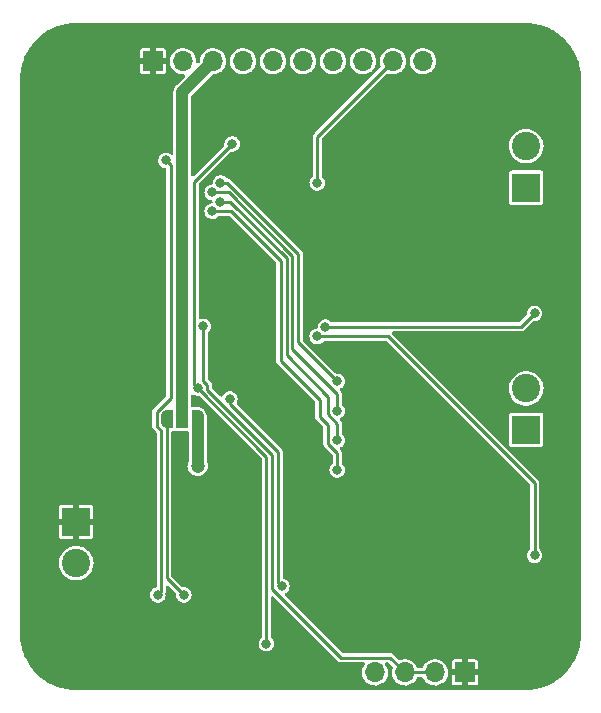
<source format=gbr>
%TF.GenerationSoftware,KiCad,Pcbnew,(6.0.11-0)*%
%TF.CreationDate,2023-05-30T14:23:44-05:00*%
%TF.ProjectId,HoneywellStringLightsController,486f6e65-7977-4656-9c6c-537472696e67,rev?*%
%TF.SameCoordinates,Original*%
%TF.FileFunction,Copper,L2,Bot*%
%TF.FilePolarity,Positive*%
%FSLAX46Y46*%
G04 Gerber Fmt 4.6, Leading zero omitted, Abs format (unit mm)*
G04 Created by KiCad (PCBNEW (6.0.11-0)) date 2023-05-30 14:23:44*
%MOMM*%
%LPD*%
G01*
G04 APERTURE LIST*
G04 Aperture macros list*
%AMFreePoly0*
4,1,22,0.550000,-0.750000,0.000000,-0.750000,0.000000,-0.745033,-0.079941,-0.743568,-0.215256,-0.701293,-0.333266,-0.622738,-0.424486,-0.514219,-0.481581,-0.384460,-0.499164,-0.250000,-0.500000,-0.250000,-0.500000,0.250000,-0.499164,0.250000,-0.499963,0.256109,-0.478152,0.396186,-0.417904,0.524511,-0.324060,0.630769,-0.204165,0.706417,-0.067858,0.745374,0.000000,0.744959,0.000000,0.750000,
0.550000,0.750000,0.550000,-0.750000,0.550000,-0.750000,$1*%
%AMFreePoly1*
4,1,20,0.000000,0.744959,0.073905,0.744508,0.209726,0.703889,0.328688,0.626782,0.421226,0.519385,0.479903,0.390333,0.500000,0.250000,0.500000,-0.250000,0.499851,-0.262216,0.476331,-0.402017,0.414519,-0.529596,0.319384,-0.634700,0.198574,-0.708877,0.061801,-0.746166,0.000000,-0.745033,0.000000,-0.750000,-0.550000,-0.750000,-0.550000,0.750000,0.000000,0.750000,0.000000,0.744959,
0.000000,0.744959,$1*%
G04 Aperture macros list end*
%TA.AperFunction,ComponentPad*%
%ADD10C,0.475000*%
%TD*%
%TA.AperFunction,ComponentPad*%
%ADD11C,0.800000*%
%TD*%
%TA.AperFunction,ComponentPad*%
%ADD12C,6.400000*%
%TD*%
%TA.AperFunction,ComponentPad*%
%ADD13R,1.700000X1.700000*%
%TD*%
%TA.AperFunction,ComponentPad*%
%ADD14O,1.700000X1.700000*%
%TD*%
%TA.AperFunction,ComponentPad*%
%ADD15R,2.400000X2.400000*%
%TD*%
%TA.AperFunction,ComponentPad*%
%ADD16C,2.400000*%
%TD*%
%TA.AperFunction,SMDPad,CuDef*%
%ADD17FreePoly0,180.000000*%
%TD*%
%TA.AperFunction,SMDPad,CuDef*%
%ADD18R,1.000000X1.500000*%
%TD*%
%TA.AperFunction,SMDPad,CuDef*%
%ADD19FreePoly1,180.000000*%
%TD*%
%TA.AperFunction,ViaPad*%
%ADD20C,1.200000*%
%TD*%
%TA.AperFunction,ViaPad*%
%ADD21C,0.800000*%
%TD*%
%TA.AperFunction,ViaPad*%
%ADD22C,0.900000*%
%TD*%
%TA.AperFunction,Conductor*%
%ADD23C,1.000000*%
%TD*%
%TA.AperFunction,Conductor*%
%ADD24C,0.250000*%
%TD*%
G04 APERTURE END LIST*
D10*
%TO.P,U1,39,GND*%
%TO.N,GND*%
X106810000Y-91042500D03*
X109860000Y-91042500D03*
X109097500Y-91805000D03*
X106810000Y-89517500D03*
X109097500Y-88755000D03*
X109860000Y-89517500D03*
X107572500Y-91805000D03*
X108335000Y-89517500D03*
X108335000Y-91042500D03*
X107572500Y-88755000D03*
X109097500Y-90280000D03*
X107572500Y-90280000D03*
%TD*%
D11*
%TO.P,H2,1,1*%
%TO.N,GND*%
X141302944Y-76697056D03*
X141302944Y-73302944D03*
X140600000Y-75000000D03*
X145400000Y-75000000D03*
X144697056Y-76697056D03*
D12*
X143000000Y-75000000D03*
D11*
X143000000Y-72600000D03*
X143000000Y-77400000D03*
X144697056Y-73302944D03*
%TD*%
%TO.P,H3,1,1*%
%TO.N,GND*%
X103302944Y-123697056D03*
X102600000Y-122000000D03*
X105000000Y-119600000D03*
X107400000Y-122000000D03*
X103302944Y-120302944D03*
D12*
X105000000Y-122000000D03*
D11*
X106697056Y-123697056D03*
X106697056Y-120302944D03*
X105000000Y-124400000D03*
%TD*%
D13*
%TO.P,J3,1,Pin_1*%
%TO.N,GND*%
X111500000Y-73500000D03*
D14*
%TO.P,J3,2,Pin_2*%
%TO.N,/~{RTS}*%
X114040000Y-73500000D03*
%TO.P,J3,3,Pin_3*%
%TO.N,Net-(J3-Pad3)*%
X116580000Y-73500000D03*
%TO.P,J3,4,Pin_4*%
%TO.N,/GPIO3*%
X119120000Y-73500000D03*
%TO.P,J3,5,Pin_5*%
%TO.N,/GPIO1*%
X121660000Y-73500000D03*
%TO.P,J3,6,Pin_6*%
%TO.N,/~{DTR}*%
X124200000Y-73500000D03*
%TO.P,J3,7,Pin_7*%
%TO.N,/GPIO5*%
X126740000Y-73500000D03*
%TO.P,J3,8,Pin_8*%
%TO.N,/GPIO4*%
X129280000Y-73500000D03*
%TO.P,J3,9,Pin_9*%
%TO.N,/GPIO2*%
X131820000Y-73500000D03*
%TO.P,J3,10,Pin_10*%
%TO.N,/GPIO0*%
X134360000Y-73500000D03*
%TD*%
D15*
%TO.P,J5,1,Pin_1*%
%TO.N,/LAMPS_B_POS*%
X143100000Y-104700000D03*
D16*
%TO.P,J5,2,Pin_2*%
%TO.N,/LAMPS_B_NEG*%
X143100000Y-101200000D03*
%TD*%
D13*
%TO.P,J2,1,Pin_1*%
%TO.N,GND*%
X137900000Y-125250000D03*
D14*
%TO.P,J2,2,Pin_2*%
%TO.N,/RF_RX*%
X135360000Y-125250000D03*
%TO.P,J2,3,Pin_3*%
X132820000Y-125250000D03*
%TO.P,J2,4,Pin_4*%
%TO.N,Net-(C5-Pad1)*%
X130280000Y-125250000D03*
%TD*%
D15*
%TO.P,J1,1,Pin_1*%
%TO.N,GND*%
X105000000Y-112500000D03*
D16*
%TO.P,J1,2,Pin_2*%
%TO.N,+5V*%
X105000000Y-116000000D03*
%TD*%
D15*
%TO.P,J4,1,Pin_1*%
%TO.N,/LAMPS_A_POS*%
X143100000Y-84200000D03*
D16*
%TO.P,J4,2,Pin_2*%
%TO.N,/LAMPS_A_NEG*%
X143100000Y-80700000D03*
%TD*%
D11*
%TO.P,H1,1,1*%
%TO.N,GND*%
X106697056Y-76697056D03*
X103302944Y-76697056D03*
D12*
X105000000Y-75000000D03*
D11*
X103302944Y-73302944D03*
X106697056Y-73302944D03*
X107400000Y-75000000D03*
X105000000Y-72600000D03*
X105000000Y-77400000D03*
X102600000Y-75000000D03*
%TD*%
%TO.P,H4,1,1*%
%TO.N,GND*%
X143000000Y-119600000D03*
X144697056Y-123697056D03*
X144697056Y-120302944D03*
X140600000Y-122000000D03*
X143000000Y-124400000D03*
D12*
X143000000Y-122000000D03*
D11*
X141302944Y-120302944D03*
X141302944Y-123697056D03*
X145400000Y-122000000D03*
%TD*%
D17*
%TO.P,JP1,1,A*%
%TO.N,+5V*%
X115273633Y-103783152D03*
D18*
%TO.P,JP1,2,C*%
%TO.N,Net-(J3-Pad3)*%
X113973633Y-103783152D03*
D19*
%TO.P,JP1,3,B*%
%TO.N,+3V3*%
X112673633Y-103783152D03*
%TD*%
D20*
%TO.N,+5V*%
X115273633Y-107750000D03*
D21*
%TO.N,GND*%
X129600000Y-105200000D03*
X136600000Y-113900000D03*
X113700000Y-113500000D03*
X130100000Y-106000000D03*
X117900000Y-105100000D03*
X134600000Y-108500000D03*
X123800000Y-123600000D03*
X129600000Y-84700000D03*
X132600000Y-84700000D03*
X131600000Y-84700000D03*
X119900000Y-103100000D03*
X130600000Y-105200000D03*
X134900000Y-115500000D03*
X110500000Y-106900000D03*
X130600000Y-100200000D03*
X124500000Y-102300000D03*
X127600000Y-95100000D03*
X120200000Y-84600000D03*
X123800000Y-118750000D03*
X133700000Y-100200000D03*
X121800000Y-105000000D03*
X130600000Y-84700000D03*
X120200000Y-92100000D03*
X108000000Y-99800000D03*
X132100000Y-78700000D03*
X130600000Y-106800000D03*
X134600000Y-88000000D03*
X136600000Y-93400000D03*
X137600000Y-93400000D03*
X130100000Y-85500000D03*
X120200000Y-76600000D03*
X130600000Y-86300000D03*
X118793904Y-98200000D03*
X137600000Y-113900000D03*
X133700000Y-79700000D03*
X130600000Y-79700000D03*
X131600000Y-105200000D03*
X132100000Y-99200000D03*
X134600000Y-81600000D03*
X126200000Y-87200000D03*
X132600000Y-105200000D03*
X134600000Y-102100000D03*
X123000000Y-108900000D03*
X123000000Y-112100000D03*
X120205611Y-95899999D03*
X138600000Y-93400000D03*
X134900000Y-95000000D03*
X142300000Y-93700000D03*
X138600000Y-113900000D03*
X142300000Y-114200000D03*
X124300000Y-110500000D03*
D22*
%TO.N,+3V3*%
X112700000Y-103800000D03*
D21*
X114100000Y-118687500D03*
%TO.N,/ESP_EN*%
X122400000Y-117950000D03*
X118000000Y-102100000D03*
%TO.N,/GPIO5*%
X112600000Y-81900000D03*
X111900000Y-118687500D03*
%TO.N,/GPIO2*%
X125400000Y-83800000D03*
%TO.N,/GPIO0*%
X121100000Y-122800000D03*
X115300000Y-101187500D03*
X118200000Y-80500000D03*
%TO.N,/EN_2V5_A*%
X143800000Y-94837500D03*
X126100000Y-96000000D03*
%TO.N,/EN_2V5_B*%
X125400000Y-96800000D03*
X143800000Y-115337500D03*
%TO.N,/G_N1_B*%
X117200000Y-85400000D03*
X127087500Y-105600000D03*
%TO.N,/G_P1_B*%
X116500000Y-86200000D03*
X127087500Y-108100000D03*
%TO.N,/G_N2_B*%
X117200000Y-83800000D03*
X127087500Y-100600000D03*
%TO.N,/G_P2_B*%
X116500000Y-84600000D03*
X127087500Y-103100000D03*
%TO.N,/RF_RX*%
X115750000Y-95950000D03*
%TD*%
D23*
%TO.N,+5V*%
X115273633Y-103783152D02*
X115273633Y-107750000D01*
D24*
%TO.N,+3V3*%
X112673633Y-103783152D02*
X112673633Y-117261133D01*
X112673633Y-117261133D02*
X114100000Y-118687500D01*
%TO.N,/ESP_EN*%
X118000000Y-102500000D02*
X122100000Y-106600000D01*
X118000000Y-102100000D02*
X118000000Y-102500000D01*
X122100000Y-106600000D02*
X122100000Y-117650000D01*
X122100000Y-117650000D02*
X122400000Y-117950000D01*
%TO.N,/GPIO5*%
X113000000Y-82300000D02*
X113000000Y-102000000D01*
X111800000Y-104400000D02*
X112200000Y-104800000D01*
X112200000Y-104800000D02*
X112200000Y-118387500D01*
X113000000Y-102000000D02*
X111800000Y-103200000D01*
X112200000Y-118387500D02*
X111900000Y-118687500D01*
X111800000Y-103200000D02*
X111800000Y-104400000D01*
X112600000Y-81900000D02*
X113000000Y-82300000D01*
%TO.N,/GPIO2*%
X125400000Y-79920000D02*
X131820000Y-73500000D01*
X125400000Y-83800000D02*
X125400000Y-79920000D01*
%TO.N,/GPIO0*%
X115000000Y-83700000D02*
X115000000Y-100887500D01*
X118200000Y-80500000D02*
X115000000Y-83700000D01*
X121100000Y-106987500D02*
X121100000Y-122800000D01*
X115300000Y-101187500D02*
X121100000Y-106987500D01*
X115000000Y-100887500D02*
X115300000Y-101187500D01*
%TO.N,/EN_2V5_A*%
X126100000Y-96000000D02*
X142637500Y-96000000D01*
X142637500Y-96000000D02*
X143800000Y-94837500D01*
%TO.N,/EN_2V5_B*%
X143800000Y-109200000D02*
X143800000Y-115337500D01*
X131400000Y-96800000D02*
X143800000Y-109200000D01*
X125400000Y-96800000D02*
X131400000Y-96800000D01*
%TO.N,/G_N1_B*%
X122800000Y-98400000D02*
X126300000Y-101900000D01*
X117200000Y-85400000D02*
X118000000Y-85400000D01*
X127087500Y-104187500D02*
X127087500Y-105600000D01*
X118000000Y-85400000D02*
X122800000Y-90200000D01*
X126300000Y-103400000D02*
X127087500Y-104187500D01*
X122800000Y-90200000D02*
X122800000Y-98400000D01*
X126300000Y-101900000D02*
X126300000Y-103400000D01*
%TO.N,/G_P1_B*%
X118100000Y-86200000D02*
X116500000Y-86200000D01*
X127087500Y-106687500D02*
X126300000Y-105900000D01*
X122300000Y-98900000D02*
X122300000Y-90400000D01*
X125600000Y-103600000D02*
X125600000Y-102200000D01*
X126300000Y-105900000D02*
X126300000Y-104300000D01*
X127087500Y-108100000D02*
X127087500Y-106687500D01*
X122300000Y-90400000D02*
X118100000Y-86200000D01*
X126300000Y-104300000D02*
X125600000Y-103600000D01*
X125600000Y-102200000D02*
X122300000Y-98900000D01*
%TO.N,/G_N2_B*%
X123800000Y-97312500D02*
X123800000Y-89800000D01*
X117800000Y-83800000D02*
X117200000Y-83800000D01*
X123800000Y-89800000D02*
X117800000Y-83800000D01*
X127087500Y-100600000D02*
X123800000Y-97312500D01*
%TO.N,/G_P2_B*%
X116500000Y-84600000D02*
X117900000Y-84600000D01*
X117900000Y-84600000D02*
X123300000Y-90000000D01*
X123300000Y-97900000D02*
X127087500Y-101687500D01*
X127087500Y-101687500D02*
X127087500Y-103100000D01*
X123300000Y-90000000D02*
X123300000Y-97900000D01*
%TO.N,/RF_RX*%
X121600000Y-118200000D02*
X127400000Y-124000000D01*
X131570000Y-124000000D02*
X132820000Y-125250000D01*
X116100000Y-100900000D02*
X116100000Y-101300000D01*
X121600000Y-106800000D02*
X121600000Y-118200000D01*
X115750000Y-100550000D02*
X116100000Y-100900000D01*
X115750000Y-95950000D02*
X115750000Y-100550000D01*
X127400000Y-124000000D02*
X131570000Y-124000000D01*
X116100000Y-101300000D02*
X121600000Y-106800000D01*
X135360000Y-125250000D02*
X132820000Y-125250000D01*
D23*
%TO.N,Net-(J3-Pad3)*%
X113973633Y-103783152D02*
X113973633Y-76106367D01*
X113973633Y-76106367D02*
X116580000Y-73500000D01*
%TD*%
%TA.AperFunction,Conductor*%
%TO.N,GND*%
G36*
X142987103Y-70256921D02*
G01*
X143000000Y-70259486D01*
X143012170Y-70257065D01*
X143022599Y-70257065D01*
X143035735Y-70256060D01*
X143356412Y-70270061D01*
X143408103Y-70272318D01*
X143419051Y-70273276D01*
X143818604Y-70325878D01*
X143829413Y-70327785D01*
X144222854Y-70415008D01*
X144233471Y-70417853D01*
X144617813Y-70539036D01*
X144628128Y-70542789D01*
X145000468Y-70697017D01*
X145010412Y-70701655D01*
X145295219Y-70849916D01*
X145367867Y-70887734D01*
X145377387Y-70893230D01*
X145717262Y-71109755D01*
X145726266Y-71116059D01*
X146045993Y-71361393D01*
X146054397Y-71368445D01*
X146130501Y-71438182D01*
X146351519Y-71640709D01*
X146359291Y-71648481D01*
X146470515Y-71769860D01*
X146631555Y-71945603D01*
X146638607Y-71954007D01*
X146768743Y-72123604D01*
X146883941Y-72273734D01*
X146890245Y-72282738D01*
X147003163Y-72459983D01*
X147096455Y-72606421D01*
X147106770Y-72622613D01*
X147112265Y-72632132D01*
X147259935Y-72915801D01*
X147298341Y-72989579D01*
X147302983Y-72999532D01*
X147428937Y-73303613D01*
X147457208Y-73371865D01*
X147460964Y-73382187D01*
X147522653Y-73577838D01*
X147582147Y-73766528D01*
X147584992Y-73777145D01*
X147662836Y-74128276D01*
X147672214Y-74170579D01*
X147674122Y-74181396D01*
X147700412Y-74381088D01*
X147726724Y-74580948D01*
X147727682Y-74591898D01*
X147743940Y-74964265D01*
X147742935Y-74977401D01*
X147742935Y-74987830D01*
X147740514Y-75000000D01*
X147742935Y-75012170D01*
X147743079Y-75012894D01*
X147745500Y-75037476D01*
X147745500Y-121962524D01*
X147743079Y-121987103D01*
X147740514Y-122000000D01*
X147742935Y-122012170D01*
X147742935Y-122022599D01*
X147743940Y-122035735D01*
X147727682Y-122408102D01*
X147726724Y-122419051D01*
X147674216Y-122817891D01*
X147674123Y-122818596D01*
X147672215Y-122829413D01*
X147608321Y-123117624D01*
X147584992Y-123222854D01*
X147582147Y-123233471D01*
X147471754Y-123583595D01*
X147460967Y-123617806D01*
X147457211Y-123628128D01*
X147402464Y-123760300D01*
X147302987Y-124000459D01*
X147298345Y-124010412D01*
X147120207Y-124352612D01*
X147112266Y-124367867D01*
X147106771Y-124377385D01*
X147092681Y-124399502D01*
X146890245Y-124717262D01*
X146883941Y-124726266D01*
X146638607Y-125045993D01*
X146631555Y-125054397D01*
X146495419Y-125202962D01*
X146359291Y-125351519D01*
X146351519Y-125359291D01*
X146202962Y-125495419D01*
X146054397Y-125631555D01*
X146045993Y-125638607D01*
X145957901Y-125706202D01*
X145726266Y-125883941D01*
X145717262Y-125890245D01*
X145377387Y-126106770D01*
X145367868Y-126112265D01*
X145010412Y-126298345D01*
X145000468Y-126302983D01*
X144628128Y-126457211D01*
X144617813Y-126460964D01*
X144233472Y-126582147D01*
X144222855Y-126584992D01*
X143829413Y-126672215D01*
X143818604Y-126674122D01*
X143419052Y-126726724D01*
X143408103Y-126727682D01*
X143356412Y-126729939D01*
X143035735Y-126743940D01*
X143022599Y-126742935D01*
X143012170Y-126742935D01*
X143000000Y-126740514D01*
X142987103Y-126743079D01*
X142962524Y-126745500D01*
X105037476Y-126745500D01*
X105012897Y-126743079D01*
X105000000Y-126740514D01*
X104987830Y-126742935D01*
X104977401Y-126742935D01*
X104964265Y-126743940D01*
X104643588Y-126729939D01*
X104591897Y-126727682D01*
X104580948Y-126726724D01*
X104181396Y-126674122D01*
X104170587Y-126672215D01*
X103777145Y-126584992D01*
X103766528Y-126582147D01*
X103382187Y-126460964D01*
X103371872Y-126457211D01*
X102999532Y-126302983D01*
X102989588Y-126298345D01*
X102632132Y-126112265D01*
X102622613Y-126106770D01*
X102282738Y-125890245D01*
X102273734Y-125883941D01*
X102042099Y-125706202D01*
X101954007Y-125638607D01*
X101945603Y-125631555D01*
X101797038Y-125495419D01*
X101648481Y-125359291D01*
X101640709Y-125351519D01*
X101504581Y-125202962D01*
X101368445Y-125054397D01*
X101361393Y-125045993D01*
X101116059Y-124726266D01*
X101109755Y-124717262D01*
X100907319Y-124399502D01*
X100893229Y-124377385D01*
X100887734Y-124367867D01*
X100879793Y-124352612D01*
X100701655Y-124010412D01*
X100697013Y-124000459D01*
X100597537Y-123760300D01*
X100542789Y-123628128D01*
X100539033Y-123617806D01*
X100528247Y-123583595D01*
X100417853Y-123233471D01*
X100415008Y-123222854D01*
X100391679Y-123117624D01*
X100327785Y-122829413D01*
X100325877Y-122818596D01*
X100325785Y-122817891D01*
X100273276Y-122419051D01*
X100272318Y-122408102D01*
X100256060Y-122035735D01*
X100257065Y-122022599D01*
X100257065Y-122012170D01*
X100259486Y-122000000D01*
X100256921Y-121987103D01*
X100254500Y-121962524D01*
X100254500Y-118680596D01*
X111240729Y-118680596D01*
X111246466Y-118732558D01*
X111256690Y-118825160D01*
X111258113Y-118838053D01*
X111260723Y-118845184D01*
X111260723Y-118845186D01*
X111288242Y-118920384D01*
X111312553Y-118986819D01*
X111400908Y-119118305D01*
X111406527Y-119123418D01*
X111406528Y-119123419D01*
X111417903Y-119133769D01*
X111518076Y-119224919D01*
X111657293Y-119300508D01*
X111810522Y-119340707D01*
X111894477Y-119342026D01*
X111961319Y-119343076D01*
X111961322Y-119343076D01*
X111968916Y-119343195D01*
X112123332Y-119307829D01*
X112193742Y-119272417D01*
X112258072Y-119240063D01*
X112258075Y-119240061D01*
X112264855Y-119236651D01*
X112270626Y-119231722D01*
X112270629Y-119231720D01*
X112379536Y-119138704D01*
X112379536Y-119138703D01*
X112385314Y-119133769D01*
X112477755Y-119005124D01*
X112536842Y-118858141D01*
X112545733Y-118795666D01*
X112558581Y-118705391D01*
X112558581Y-118705388D01*
X112559162Y-118701307D01*
X112559307Y-118687500D01*
X112557561Y-118673067D01*
X112547226Y-118587668D01*
X112551596Y-118536430D01*
X112560201Y-118507656D01*
X112562036Y-118502008D01*
X112576390Y-118461133D01*
X112576390Y-118461132D01*
X112579018Y-118453649D01*
X112579500Y-118448084D01*
X112579500Y-118445376D01*
X112579614Y-118442742D01*
X112579643Y-118442644D01*
X112579807Y-118442651D01*
X112579851Y-118441947D01*
X112581713Y-118435722D01*
X112579597Y-118381865D01*
X112579500Y-118376918D01*
X112579500Y-118007884D01*
X112599502Y-117939763D01*
X112653158Y-117893270D01*
X112723432Y-117883166D01*
X112788012Y-117912660D01*
X112794595Y-117918789D01*
X113410249Y-118534443D01*
X113444275Y-118596755D01*
X113446076Y-118639985D01*
X113442092Y-118670246D01*
X113440729Y-118680596D01*
X113446466Y-118732558D01*
X113456690Y-118825160D01*
X113458113Y-118838053D01*
X113460723Y-118845184D01*
X113460723Y-118845186D01*
X113488242Y-118920384D01*
X113512553Y-118986819D01*
X113600908Y-119118305D01*
X113606527Y-119123418D01*
X113606528Y-119123419D01*
X113617903Y-119133769D01*
X113718076Y-119224919D01*
X113857293Y-119300508D01*
X114010522Y-119340707D01*
X114094477Y-119342026D01*
X114161319Y-119343076D01*
X114161322Y-119343076D01*
X114168916Y-119343195D01*
X114323332Y-119307829D01*
X114393742Y-119272417D01*
X114458072Y-119240063D01*
X114458075Y-119240061D01*
X114464855Y-119236651D01*
X114470626Y-119231722D01*
X114470629Y-119231720D01*
X114579536Y-119138704D01*
X114579536Y-119138703D01*
X114585314Y-119133769D01*
X114677755Y-119005124D01*
X114736842Y-118858141D01*
X114745733Y-118795666D01*
X114758581Y-118705391D01*
X114758581Y-118705388D01*
X114759162Y-118701307D01*
X114759307Y-118687500D01*
X114757561Y-118673067D01*
X114743780Y-118559192D01*
X114740276Y-118530233D01*
X114684280Y-118382046D01*
X114675814Y-118369728D01*
X114598855Y-118257751D01*
X114598854Y-118257749D01*
X114594553Y-118251492D01*
X114476275Y-118146111D01*
X114468889Y-118142200D01*
X114342988Y-118075539D01*
X114342989Y-118075539D01*
X114336274Y-118071984D01*
X114182633Y-118033392D01*
X114175034Y-118033352D01*
X114175033Y-118033352D01*
X114114626Y-118033036D01*
X114033335Y-118032610D01*
X113965321Y-118012252D01*
X113944901Y-117995707D01*
X113090038Y-117140844D01*
X113056012Y-117078532D01*
X113053133Y-117051749D01*
X113053133Y-104918638D01*
X113073135Y-104850517D01*
X113126791Y-104804024D01*
X113179133Y-104792638D01*
X113223633Y-104792638D01*
X113322934Y-104772886D01*
X113323769Y-104777082D01*
X113371013Y-104772006D01*
X113374314Y-104772975D01*
X113374332Y-104772886D01*
X113448566Y-104787652D01*
X113506705Y-104787652D01*
X114393133Y-104787651D01*
X114461254Y-104807653D01*
X114507747Y-104861309D01*
X114519133Y-104913651D01*
X114519133Y-107314069D01*
X114502252Y-107377069D01*
X114492009Y-107394811D01*
X114488708Y-107400529D01*
X114433202Y-107571361D01*
X114432512Y-107577924D01*
X114432512Y-107577925D01*
X114422808Y-107670251D01*
X114414426Y-107750000D01*
X114433202Y-107928639D01*
X114435242Y-107934917D01*
X114435242Y-107934918D01*
X114486637Y-108093096D01*
X114488708Y-108099471D01*
X114578520Y-108255029D01*
X114582938Y-108259936D01*
X114582939Y-108259937D01*
X114694289Y-108383604D01*
X114698711Y-108388515D01*
X114704053Y-108392396D01*
X114704055Y-108392398D01*
X114838687Y-108490214D01*
X114844029Y-108494095D01*
X114850057Y-108496779D01*
X114850059Y-108496780D01*
X115002092Y-108564469D01*
X115008123Y-108567154D01*
X115095972Y-108585827D01*
X115177364Y-108603128D01*
X115177369Y-108603128D01*
X115183821Y-108604500D01*
X115363445Y-108604500D01*
X115369897Y-108603128D01*
X115369902Y-108603128D01*
X115451294Y-108585827D01*
X115539143Y-108567154D01*
X115545174Y-108564469D01*
X115697207Y-108496780D01*
X115697209Y-108496779D01*
X115703237Y-108494095D01*
X115708579Y-108490214D01*
X115843211Y-108392398D01*
X115843213Y-108392396D01*
X115848555Y-108388515D01*
X115852977Y-108383604D01*
X115964327Y-108259937D01*
X115964328Y-108259936D01*
X115968746Y-108255029D01*
X116058558Y-108099471D01*
X116060630Y-108093096D01*
X116112024Y-107934918D01*
X116112024Y-107934917D01*
X116114064Y-107928639D01*
X116132840Y-107750000D01*
X116124458Y-107670251D01*
X116114754Y-107577925D01*
X116114754Y-107577924D01*
X116114064Y-107571361D01*
X116058558Y-107400529D01*
X116055257Y-107394811D01*
X116045014Y-107377069D01*
X116028133Y-107314069D01*
X116028133Y-104133959D01*
X116029633Y-104114574D01*
X116034446Y-104083663D01*
X116034446Y-104083660D01*
X116035134Y-104079243D01*
X116036033Y-104005679D01*
X116034183Y-103991531D01*
X116033119Y-103975194D01*
X116033119Y-103601935D01*
X116034186Y-103588145D01*
X116034072Y-103588135D01*
X116034446Y-103583664D01*
X116035134Y-103579243D01*
X116035376Y-103559489D01*
X116035978Y-103510156D01*
X116036033Y-103505679D01*
X116017463Y-103363665D01*
X116004299Y-103316516D01*
X115998882Y-103297116D01*
X115998881Y-103297113D01*
X115997677Y-103292801D01*
X115939994Y-103161708D01*
X115922655Y-103133851D01*
X115903481Y-103103046D01*
X115903477Y-103103040D01*
X115901117Y-103099249D01*
X115898241Y-103095828D01*
X115898237Y-103095822D01*
X115811845Y-102993046D01*
X115811844Y-102993045D01*
X115808960Y-102989614D01*
X115773790Y-102958168D01*
X115757460Y-102943567D01*
X115757455Y-102943563D01*
X115754113Y-102940575D01*
X115750380Y-102938090D01*
X115750376Y-102938087D01*
X115638616Y-102863693D01*
X115638610Y-102863690D01*
X115634888Y-102861212D01*
X115568483Y-102829538D01*
X115564208Y-102828203D01*
X115564202Y-102828200D01*
X115436064Y-102788167D01*
X115436059Y-102788166D01*
X115431777Y-102786828D01*
X115359152Y-102775066D01*
X115232089Y-102772737D01*
X115220427Y-102772523D01*
X115215953Y-102772441D01*
X115211511Y-102772994D01*
X115207031Y-102773231D01*
X115207025Y-102773125D01*
X115198301Y-102773666D01*
X114854133Y-102773666D01*
X114786012Y-102753664D01*
X114739519Y-102700008D01*
X114728133Y-102647666D01*
X114728133Y-101832935D01*
X114748135Y-101764814D01*
X114801791Y-101718321D01*
X114872065Y-101708217D01*
X114917322Y-101726308D01*
X114918076Y-101724919D01*
X115057293Y-101800508D01*
X115210522Y-101840707D01*
X115307138Y-101842225D01*
X115368772Y-101843193D01*
X115436570Y-101864262D01*
X115455888Y-101880082D01*
X120683595Y-107107789D01*
X120717621Y-107170101D01*
X120720500Y-107196884D01*
X120720500Y-122205187D01*
X120700498Y-122273308D01*
X120677330Y-122300135D01*
X120610039Y-122358838D01*
X120518950Y-122488444D01*
X120461406Y-122636037D01*
X120440729Y-122793096D01*
X120458113Y-122950553D01*
X120512553Y-123099319D01*
X120600908Y-123230805D01*
X120606527Y-123235918D01*
X120606528Y-123235919D01*
X120617903Y-123246269D01*
X120718076Y-123337419D01*
X120857293Y-123413008D01*
X121010522Y-123453207D01*
X121094477Y-123454526D01*
X121161319Y-123455576D01*
X121161322Y-123455576D01*
X121168916Y-123455695D01*
X121323332Y-123420329D01*
X121393742Y-123384917D01*
X121458072Y-123352563D01*
X121458075Y-123352561D01*
X121464855Y-123349151D01*
X121470626Y-123344222D01*
X121470629Y-123344220D01*
X121579536Y-123251204D01*
X121579536Y-123251203D01*
X121585314Y-123246269D01*
X121677755Y-123117624D01*
X121736842Y-122970641D01*
X121757705Y-122824047D01*
X121758581Y-122817891D01*
X121758581Y-122817888D01*
X121759162Y-122813807D01*
X121759307Y-122800000D01*
X121740276Y-122642733D01*
X121684280Y-122494546D01*
X121594553Y-122363992D01*
X121521681Y-122299065D01*
X121484126Y-122238816D01*
X121479500Y-122204989D01*
X121479500Y-118920384D01*
X121499502Y-118852263D01*
X121553158Y-118805770D01*
X121623432Y-118795666D01*
X121688012Y-118825160D01*
X121694595Y-118831289D01*
X127093522Y-124230216D01*
X127108664Y-124248964D01*
X127109779Y-124250189D01*
X127115429Y-124258940D01*
X127123607Y-124265387D01*
X127123609Y-124265389D01*
X127141800Y-124279729D01*
X127146241Y-124283675D01*
X127146303Y-124283602D01*
X127150267Y-124286961D01*
X127153944Y-124290638D01*
X127169692Y-124301892D01*
X127174362Y-124305398D01*
X127214647Y-124337156D01*
X127223281Y-124340188D01*
X127230734Y-124345514D01*
X127279850Y-124360203D01*
X127285492Y-124362036D01*
X127305081Y-124368915D01*
X127333851Y-124379018D01*
X127339416Y-124379500D01*
X127342124Y-124379500D01*
X127344758Y-124379614D01*
X127344856Y-124379643D01*
X127344849Y-124379807D01*
X127345553Y-124379851D01*
X127351778Y-124381713D01*
X127405635Y-124379597D01*
X127410582Y-124379500D01*
X129299933Y-124379500D01*
X129368054Y-124399502D01*
X129414547Y-124453158D01*
X129424651Y-124523432D01*
X129398883Y-124583506D01*
X129349720Y-124645869D01*
X129347031Y-124650980D01*
X129347029Y-124650983D01*
X129334073Y-124675609D01*
X129255203Y-124825515D01*
X129195007Y-125019378D01*
X129171148Y-125220964D01*
X129184424Y-125423522D01*
X129185845Y-125429118D01*
X129185846Y-125429123D01*
X129219547Y-125561818D01*
X129234392Y-125620269D01*
X129236809Y-125625512D01*
X129271803Y-125701419D01*
X129319377Y-125804616D01*
X129436533Y-125970389D01*
X129581938Y-126112035D01*
X129750720Y-126224812D01*
X129756023Y-126227090D01*
X129756026Y-126227092D01*
X129844707Y-126265192D01*
X129937228Y-126304942D01*
X130010244Y-126321464D01*
X130129579Y-126348467D01*
X130129584Y-126348468D01*
X130135216Y-126349742D01*
X130140987Y-126349969D01*
X130140989Y-126349969D01*
X130200756Y-126352317D01*
X130338053Y-126357712D01*
X130448596Y-126341684D01*
X130533231Y-126329413D01*
X130533236Y-126329412D01*
X130538945Y-126328584D01*
X130544409Y-126326729D01*
X130544414Y-126326728D01*
X130725693Y-126265192D01*
X130725698Y-126265190D01*
X130731165Y-126263334D01*
X130908276Y-126164147D01*
X130948029Y-126131085D01*
X131059913Y-126038031D01*
X131064345Y-126034345D01*
X131121463Y-125965669D01*
X131190453Y-125882718D01*
X131190455Y-125882715D01*
X131194147Y-125878276D01*
X131293334Y-125701165D01*
X131295190Y-125695698D01*
X131295192Y-125695693D01*
X131356728Y-125514414D01*
X131356729Y-125514409D01*
X131358584Y-125508945D01*
X131359412Y-125503236D01*
X131359413Y-125503231D01*
X131387179Y-125311727D01*
X131387712Y-125308053D01*
X131389232Y-125250000D01*
X131377797Y-125125551D01*
X131371187Y-125053613D01*
X131371186Y-125053610D01*
X131370658Y-125047859D01*
X131369090Y-125042299D01*
X131317125Y-124858046D01*
X131317124Y-124858044D01*
X131315557Y-124852487D01*
X131304978Y-124831033D01*
X131228331Y-124675609D01*
X131225776Y-124670428D01*
X131158914Y-124580889D01*
X131134182Y-124514339D01*
X131149356Y-124444983D01*
X131199618Y-124394841D01*
X131259872Y-124379500D01*
X131360616Y-124379500D01*
X131428737Y-124399502D01*
X131449711Y-124416405D01*
X131756477Y-124723171D01*
X131790503Y-124785483D01*
X131787715Y-124849630D01*
X131786828Y-124852487D01*
X131735007Y-125019378D01*
X131711148Y-125220964D01*
X131724424Y-125423522D01*
X131725845Y-125429118D01*
X131725846Y-125429123D01*
X131759547Y-125561818D01*
X131774392Y-125620269D01*
X131776809Y-125625512D01*
X131811803Y-125701419D01*
X131859377Y-125804616D01*
X131976533Y-125970389D01*
X132121938Y-126112035D01*
X132290720Y-126224812D01*
X132296023Y-126227090D01*
X132296026Y-126227092D01*
X132384707Y-126265192D01*
X132477228Y-126304942D01*
X132550244Y-126321464D01*
X132669579Y-126348467D01*
X132669584Y-126348468D01*
X132675216Y-126349742D01*
X132680987Y-126349969D01*
X132680989Y-126349969D01*
X132740756Y-126352317D01*
X132878053Y-126357712D01*
X132988596Y-126341684D01*
X133073231Y-126329413D01*
X133073236Y-126329412D01*
X133078945Y-126328584D01*
X133084409Y-126326729D01*
X133084414Y-126326728D01*
X133265693Y-126265192D01*
X133265698Y-126265190D01*
X133271165Y-126263334D01*
X133448276Y-126164147D01*
X133488029Y-126131085D01*
X133599913Y-126038031D01*
X133604345Y-126034345D01*
X133661463Y-125965669D01*
X133730453Y-125882718D01*
X133730455Y-125882715D01*
X133734147Y-125878276D01*
X133833334Y-125701165D01*
X133833787Y-125701419D01*
X133877368Y-125650151D01*
X133946488Y-125629500D01*
X134237990Y-125629500D01*
X134306111Y-125649502D01*
X134352416Y-125702749D01*
X134399377Y-125804616D01*
X134516533Y-125970389D01*
X134661938Y-126112035D01*
X134830720Y-126224812D01*
X134836023Y-126227090D01*
X134836026Y-126227092D01*
X134924707Y-126265192D01*
X135017228Y-126304942D01*
X135090244Y-126321464D01*
X135209579Y-126348467D01*
X135209584Y-126348468D01*
X135215216Y-126349742D01*
X135220987Y-126349969D01*
X135220989Y-126349969D01*
X135280756Y-126352317D01*
X135418053Y-126357712D01*
X135528596Y-126341684D01*
X135613231Y-126329413D01*
X135613236Y-126329412D01*
X135618945Y-126328584D01*
X135624409Y-126326729D01*
X135624414Y-126326728D01*
X135805693Y-126265192D01*
X135805698Y-126265190D01*
X135811165Y-126263334D01*
X135988276Y-126164147D01*
X136028029Y-126131085D01*
X136042766Y-126118828D01*
X136796001Y-126118828D01*
X136797209Y-126131088D01*
X136808315Y-126186931D01*
X136817633Y-126209427D01*
X136859983Y-126272808D01*
X136877192Y-126290017D01*
X136940575Y-126332368D01*
X136963066Y-126341684D01*
X137018915Y-126352793D01*
X137031170Y-126354000D01*
X137627885Y-126354000D01*
X137643124Y-126349525D01*
X137644329Y-126348135D01*
X137646000Y-126340452D01*
X137646000Y-126335884D01*
X138154000Y-126335884D01*
X138158475Y-126351123D01*
X138159865Y-126352328D01*
X138167548Y-126353999D01*
X138768828Y-126353999D01*
X138781088Y-126352791D01*
X138836931Y-126341685D01*
X138859427Y-126332367D01*
X138922808Y-126290017D01*
X138940017Y-126272808D01*
X138982368Y-126209425D01*
X138991684Y-126186934D01*
X139002793Y-126131085D01*
X139004000Y-126118830D01*
X139004000Y-125522115D01*
X138999525Y-125506876D01*
X138998135Y-125505671D01*
X138990452Y-125504000D01*
X138172115Y-125504000D01*
X138156876Y-125508475D01*
X138155671Y-125509865D01*
X138154000Y-125517548D01*
X138154000Y-126335884D01*
X137646000Y-126335884D01*
X137646000Y-125522115D01*
X137641525Y-125506876D01*
X137640135Y-125505671D01*
X137632452Y-125504000D01*
X136814116Y-125504000D01*
X136798877Y-125508475D01*
X136797672Y-125509865D01*
X136796001Y-125517548D01*
X136796001Y-126118828D01*
X136042766Y-126118828D01*
X136139913Y-126038031D01*
X136144345Y-126034345D01*
X136201463Y-125965669D01*
X136270453Y-125882718D01*
X136270455Y-125882715D01*
X136274147Y-125878276D01*
X136373334Y-125701165D01*
X136375190Y-125695698D01*
X136375192Y-125695693D01*
X136436728Y-125514414D01*
X136436729Y-125514409D01*
X136438584Y-125508945D01*
X136439412Y-125503236D01*
X136439413Y-125503231D01*
X136467179Y-125311727D01*
X136467712Y-125308053D01*
X136469232Y-125250000D01*
X136457797Y-125125551D01*
X136451187Y-125053613D01*
X136451186Y-125053610D01*
X136450658Y-125047859D01*
X136449090Y-125042299D01*
X136430923Y-124977885D01*
X136796000Y-124977885D01*
X136800475Y-124993124D01*
X136801865Y-124994329D01*
X136809548Y-124996000D01*
X137627885Y-124996000D01*
X137643124Y-124991525D01*
X137644329Y-124990135D01*
X137646000Y-124982452D01*
X137646000Y-124977885D01*
X138154000Y-124977885D01*
X138158475Y-124993124D01*
X138159865Y-124994329D01*
X138167548Y-124996000D01*
X138985884Y-124996000D01*
X139001123Y-124991525D01*
X139002328Y-124990135D01*
X139003999Y-124982452D01*
X139003999Y-124381172D01*
X139002791Y-124368912D01*
X138991685Y-124313069D01*
X138982367Y-124290573D01*
X138940017Y-124227192D01*
X138922808Y-124209983D01*
X138859425Y-124167632D01*
X138836934Y-124158316D01*
X138781085Y-124147207D01*
X138768830Y-124146000D01*
X138172115Y-124146000D01*
X138156876Y-124150475D01*
X138155671Y-124151865D01*
X138154000Y-124159548D01*
X138154000Y-124977885D01*
X137646000Y-124977885D01*
X137646000Y-124164116D01*
X137641525Y-124148877D01*
X137640135Y-124147672D01*
X137632452Y-124146001D01*
X137031172Y-124146001D01*
X137018912Y-124147209D01*
X136963069Y-124158315D01*
X136940573Y-124167633D01*
X136877192Y-124209983D01*
X136859983Y-124227192D01*
X136817632Y-124290575D01*
X136808316Y-124313066D01*
X136797207Y-124368915D01*
X136796000Y-124381170D01*
X136796000Y-124977885D01*
X136430923Y-124977885D01*
X136397125Y-124858046D01*
X136397124Y-124858044D01*
X136395557Y-124852487D01*
X136384978Y-124831033D01*
X136308331Y-124675609D01*
X136305776Y-124670428D01*
X136184320Y-124507779D01*
X136035258Y-124369987D01*
X136030375Y-124366906D01*
X136030371Y-124366903D01*
X135868464Y-124264748D01*
X135863581Y-124261667D01*
X135675039Y-124186446D01*
X135669379Y-124185320D01*
X135669375Y-124185319D01*
X135481613Y-124147971D01*
X135481610Y-124147971D01*
X135475946Y-124146844D01*
X135470171Y-124146768D01*
X135470167Y-124146768D01*
X135368793Y-124145441D01*
X135272971Y-124144187D01*
X135267274Y-124145166D01*
X135267273Y-124145166D01*
X135136530Y-124167632D01*
X135072910Y-124178564D01*
X134882463Y-124248824D01*
X134708010Y-124352612D01*
X134703670Y-124356418D01*
X134703666Y-124356421D01*
X134593360Y-124453158D01*
X134555392Y-124486455D01*
X134429720Y-124645869D01*
X134427031Y-124650980D01*
X134427029Y-124650983D01*
X134346960Y-124803168D01*
X134297540Y-124854141D01*
X134235452Y-124870500D01*
X133942792Y-124870500D01*
X133874671Y-124850498D01*
X133829786Y-124800228D01*
X133768331Y-124675609D01*
X133765776Y-124670428D01*
X133644320Y-124507779D01*
X133495258Y-124369987D01*
X133490375Y-124366906D01*
X133490371Y-124366903D01*
X133328464Y-124264748D01*
X133323581Y-124261667D01*
X133135039Y-124186446D01*
X133129379Y-124185320D01*
X133129375Y-124185319D01*
X132941613Y-124147971D01*
X132941610Y-124147971D01*
X132935946Y-124146844D01*
X132930171Y-124146768D01*
X132930167Y-124146768D01*
X132828793Y-124145441D01*
X132732971Y-124144187D01*
X132727274Y-124145166D01*
X132727273Y-124145166D01*
X132596530Y-124167632D01*
X132532910Y-124178564D01*
X132427671Y-124217389D01*
X132356839Y-124222201D01*
X132294966Y-124188272D01*
X131876478Y-123769784D01*
X131861336Y-123751036D01*
X131860221Y-123749811D01*
X131854571Y-123741060D01*
X131846393Y-123734613D01*
X131846391Y-123734611D01*
X131828200Y-123720271D01*
X131823759Y-123716325D01*
X131823697Y-123716398D01*
X131819733Y-123713039D01*
X131816056Y-123709362D01*
X131800308Y-123698108D01*
X131795638Y-123694602D01*
X131755353Y-123662844D01*
X131746719Y-123659812D01*
X131739266Y-123654486D01*
X131690150Y-123639797D01*
X131684508Y-123637964D01*
X131643633Y-123623610D01*
X131643632Y-123623610D01*
X131636149Y-123620982D01*
X131630584Y-123620500D01*
X131627876Y-123620500D01*
X131625242Y-123620386D01*
X131625144Y-123620357D01*
X131625151Y-123620193D01*
X131624447Y-123620149D01*
X131618222Y-123618287D01*
X131564365Y-123620403D01*
X131559418Y-123620500D01*
X127609384Y-123620500D01*
X127541263Y-123600498D01*
X127520289Y-123583595D01*
X122669252Y-118732558D01*
X122635226Y-118670246D01*
X122640291Y-118599431D01*
X122682838Y-118542595D01*
X122701733Y-118530898D01*
X122758071Y-118502563D01*
X122764855Y-118499151D01*
X122770626Y-118494222D01*
X122770629Y-118494220D01*
X122879536Y-118401204D01*
X122879536Y-118401203D01*
X122885314Y-118396269D01*
X122977755Y-118267624D01*
X123036842Y-118120641D01*
X123049377Y-118032562D01*
X123058581Y-117967891D01*
X123058581Y-117967888D01*
X123059162Y-117963807D01*
X123059307Y-117950000D01*
X123040276Y-117792733D01*
X122984280Y-117644546D01*
X122894553Y-117513992D01*
X122776275Y-117408611D01*
X122636274Y-117334484D01*
X122628911Y-117332635D01*
X122628907Y-117332633D01*
X122574805Y-117319044D01*
X122513609Y-117283049D01*
X122481588Y-117219684D01*
X122479500Y-117196840D01*
X122479500Y-106653925D01*
X122482050Y-106629967D01*
X122482128Y-106628308D01*
X122484321Y-106618124D01*
X122483097Y-106607782D01*
X122483097Y-106607779D01*
X122480374Y-106584779D01*
X122480024Y-106578848D01*
X122479928Y-106578856D01*
X122479500Y-106573680D01*
X122479500Y-106568476D01*
X122476327Y-106549412D01*
X122475496Y-106543566D01*
X122472131Y-106515142D01*
X122469470Y-106492659D01*
X122465507Y-106484407D01*
X122464004Y-106475374D01*
X122456784Y-106461992D01*
X122439666Y-106430268D01*
X122436969Y-106424975D01*
X122418215Y-106385919D01*
X122418214Y-106385918D01*
X122414781Y-106378768D01*
X122411187Y-106374493D01*
X122409262Y-106372568D01*
X122407491Y-106370638D01*
X122407445Y-106370553D01*
X122407568Y-106370441D01*
X122407096Y-106369906D01*
X122404010Y-106364186D01*
X122364413Y-106327583D01*
X122360848Y-106324154D01*
X118600190Y-102563496D01*
X118566164Y-102501184D01*
X118571229Y-102430369D01*
X118575868Y-102420250D01*
X118577755Y-102417624D01*
X118636842Y-102270641D01*
X118642965Y-102227615D01*
X118658581Y-102117891D01*
X118658581Y-102117888D01*
X118659162Y-102113807D01*
X118659307Y-102100000D01*
X118640276Y-101942733D01*
X118584280Y-101794546D01*
X118538552Y-101728011D01*
X118498855Y-101670251D01*
X118498854Y-101670249D01*
X118494553Y-101663992D01*
X118376275Y-101558611D01*
X118368889Y-101554700D01*
X118284473Y-101510004D01*
X118236274Y-101484484D01*
X118082633Y-101445892D01*
X118075034Y-101445852D01*
X118075033Y-101445852D01*
X118009181Y-101445507D01*
X117924221Y-101445062D01*
X117916841Y-101446834D01*
X117916839Y-101446834D01*
X117777563Y-101480271D01*
X117777560Y-101480272D01*
X117770184Y-101482043D01*
X117629414Y-101554700D01*
X117510039Y-101658838D01*
X117418950Y-101788444D01*
X117406607Y-101820101D01*
X117363229Y-101876301D01*
X117296350Y-101900129D01*
X117227206Y-101884016D01*
X117200120Y-101863426D01*
X116516405Y-101179711D01*
X116482379Y-101117399D01*
X116479500Y-101090616D01*
X116479500Y-100953920D01*
X116482049Y-100929972D01*
X116482128Y-100928307D01*
X116484320Y-100918124D01*
X116480373Y-100884777D01*
X116480023Y-100878846D01*
X116479928Y-100878854D01*
X116479500Y-100873676D01*
X116479500Y-100868476D01*
X116478646Y-100863344D01*
X116476331Y-100849435D01*
X116475494Y-100843557D01*
X116470694Y-100802999D01*
X116470694Y-100802998D01*
X116469470Y-100792659D01*
X116465507Y-100784407D01*
X116464004Y-100775374D01*
X116457390Y-100763115D01*
X116439666Y-100730268D01*
X116436969Y-100724975D01*
X116418215Y-100685919D01*
X116418214Y-100685918D01*
X116414781Y-100678768D01*
X116411187Y-100674493D01*
X116409262Y-100672568D01*
X116407491Y-100670638D01*
X116407445Y-100670553D01*
X116407568Y-100670441D01*
X116407096Y-100669906D01*
X116404010Y-100664186D01*
X116364413Y-100627583D01*
X116360848Y-100624154D01*
X116166405Y-100429711D01*
X116132379Y-100367399D01*
X116129500Y-100340616D01*
X116129500Y-96544730D01*
X116149502Y-96476609D01*
X116173669Y-96448919D01*
X116229536Y-96401204D01*
X116235314Y-96396269D01*
X116327755Y-96267624D01*
X116386842Y-96120641D01*
X116404994Y-95993096D01*
X116408581Y-95967891D01*
X116408581Y-95967888D01*
X116409162Y-95963807D01*
X116409307Y-95950000D01*
X116390276Y-95792733D01*
X116334280Y-95644546D01*
X116286386Y-95574860D01*
X116248855Y-95520251D01*
X116248854Y-95520249D01*
X116244553Y-95513992D01*
X116126275Y-95408611D01*
X115986274Y-95334484D01*
X115832633Y-95295892D01*
X115825034Y-95295852D01*
X115825033Y-95295852D01*
X115759181Y-95295507D01*
X115674221Y-95295062D01*
X115666841Y-95296834D01*
X115666839Y-95296834D01*
X115611323Y-95310163D01*
X115534913Y-95328507D01*
X115464006Y-95324960D01*
X115406272Y-95283640D01*
X115380042Y-95217667D01*
X115379500Y-95205988D01*
X115379500Y-86193096D01*
X115840729Y-86193096D01*
X115858113Y-86350553D01*
X115912553Y-86499319D01*
X115916789Y-86505622D01*
X115916789Y-86505623D01*
X115991232Y-86616405D01*
X116000908Y-86630805D01*
X116006527Y-86635918D01*
X116006528Y-86635919D01*
X116017903Y-86646269D01*
X116118076Y-86737419D01*
X116257293Y-86813008D01*
X116410522Y-86853207D01*
X116494477Y-86854526D01*
X116561319Y-86855576D01*
X116561322Y-86855576D01*
X116568916Y-86855695D01*
X116723332Y-86820329D01*
X116793742Y-86784917D01*
X116858072Y-86752563D01*
X116858075Y-86752561D01*
X116864855Y-86749151D01*
X116870626Y-86744222D01*
X116870629Y-86744220D01*
X116979542Y-86651199D01*
X116979543Y-86651198D01*
X116985314Y-86646269D01*
X116995586Y-86631974D01*
X117051581Y-86588326D01*
X117097909Y-86579500D01*
X117890616Y-86579500D01*
X117958737Y-86599502D01*
X117979711Y-86616405D01*
X121883595Y-90520289D01*
X121917621Y-90582601D01*
X121920500Y-90609384D01*
X121920500Y-98846080D01*
X121917951Y-98870028D01*
X121917872Y-98871693D01*
X121915680Y-98881876D01*
X121916904Y-98892217D01*
X121919627Y-98915223D01*
X121919977Y-98921154D01*
X121920072Y-98921146D01*
X121920500Y-98926324D01*
X121920500Y-98931524D01*
X121921354Y-98936653D01*
X121921354Y-98936656D01*
X121923669Y-98950565D01*
X121924506Y-98956443D01*
X121930530Y-99007341D01*
X121934493Y-99015593D01*
X121935996Y-99024626D01*
X121940943Y-99033795D01*
X121940944Y-99033797D01*
X121960334Y-99069732D01*
X121963031Y-99075025D01*
X121981785Y-99114082D01*
X121981788Y-99114086D01*
X121985219Y-99121232D01*
X121988814Y-99125508D01*
X121990737Y-99127431D01*
X121992509Y-99129363D01*
X121992552Y-99129442D01*
X121992428Y-99129555D01*
X121992904Y-99130095D01*
X121995990Y-99135814D01*
X122003635Y-99142881D01*
X122035586Y-99172416D01*
X122039152Y-99175846D01*
X125183595Y-102320289D01*
X125217621Y-102382601D01*
X125220500Y-102409384D01*
X125220500Y-103546080D01*
X125217951Y-103570028D01*
X125217872Y-103571693D01*
X125215680Y-103581876D01*
X125216904Y-103592217D01*
X125219627Y-103615223D01*
X125219977Y-103621154D01*
X125220072Y-103621146D01*
X125220500Y-103626324D01*
X125220500Y-103631524D01*
X125221354Y-103636653D01*
X125221354Y-103636656D01*
X125223669Y-103650565D01*
X125224506Y-103656443D01*
X125228886Y-103693447D01*
X125230530Y-103707341D01*
X125234493Y-103715593D01*
X125235996Y-103724626D01*
X125240943Y-103733795D01*
X125240944Y-103733797D01*
X125260334Y-103769732D01*
X125263031Y-103775025D01*
X125281785Y-103814082D01*
X125281788Y-103814086D01*
X125285219Y-103821232D01*
X125288814Y-103825508D01*
X125290737Y-103827431D01*
X125292509Y-103829363D01*
X125292552Y-103829442D01*
X125292428Y-103829555D01*
X125292904Y-103830095D01*
X125295990Y-103835814D01*
X125303635Y-103842881D01*
X125335572Y-103872403D01*
X125339139Y-103875833D01*
X125883596Y-104420291D01*
X125917621Y-104482603D01*
X125920500Y-104509386D01*
X125920500Y-105846080D01*
X125917951Y-105870028D01*
X125917872Y-105871693D01*
X125915680Y-105881876D01*
X125916904Y-105892217D01*
X125919627Y-105915223D01*
X125919977Y-105921154D01*
X125920072Y-105921146D01*
X125920500Y-105926324D01*
X125920500Y-105931524D01*
X125921354Y-105936653D01*
X125921354Y-105936656D01*
X125923669Y-105950565D01*
X125924506Y-105956443D01*
X125928138Y-105987126D01*
X125930530Y-106007341D01*
X125934493Y-106015593D01*
X125935996Y-106024626D01*
X125940943Y-106033795D01*
X125940944Y-106033797D01*
X125960334Y-106069732D01*
X125963031Y-106075025D01*
X125981785Y-106114082D01*
X125981788Y-106114086D01*
X125985219Y-106121232D01*
X125988814Y-106125508D01*
X125990737Y-106127431D01*
X125992509Y-106129363D01*
X125992552Y-106129442D01*
X125992428Y-106129555D01*
X125992904Y-106130095D01*
X125995990Y-106135814D01*
X126003635Y-106142881D01*
X126035586Y-106172416D01*
X126039152Y-106175846D01*
X126671095Y-106807789D01*
X126705121Y-106870101D01*
X126708000Y-106896884D01*
X126708000Y-107505187D01*
X126687998Y-107573308D01*
X126664830Y-107600135D01*
X126597539Y-107658838D01*
X126506450Y-107788444D01*
X126503690Y-107795524D01*
X126454350Y-107922075D01*
X126448906Y-107936037D01*
X126428229Y-108093096D01*
X126445613Y-108250553D01*
X126500053Y-108399319D01*
X126588408Y-108530805D01*
X126594027Y-108535918D01*
X126594028Y-108535919D01*
X126605403Y-108546269D01*
X126705576Y-108637419D01*
X126844793Y-108713008D01*
X126998022Y-108753207D01*
X127081977Y-108754526D01*
X127148819Y-108755576D01*
X127148822Y-108755576D01*
X127156416Y-108755695D01*
X127310832Y-108720329D01*
X127381242Y-108684917D01*
X127445572Y-108652563D01*
X127445575Y-108652561D01*
X127452355Y-108649151D01*
X127458126Y-108644222D01*
X127458129Y-108644220D01*
X127567036Y-108551204D01*
X127567036Y-108551203D01*
X127572814Y-108546269D01*
X127665255Y-108417624D01*
X127724342Y-108270641D01*
X127746662Y-108113807D01*
X127746731Y-108107265D01*
X127746764Y-108104134D01*
X127746764Y-108104128D01*
X127746807Y-108100000D01*
X127727776Y-107942733D01*
X127671780Y-107794546D01*
X127663314Y-107782228D01*
X127586355Y-107670251D01*
X127586354Y-107670249D01*
X127582053Y-107663992D01*
X127509181Y-107599065D01*
X127471626Y-107538816D01*
X127467000Y-107504989D01*
X127467000Y-106741420D01*
X127469549Y-106717472D01*
X127469628Y-106715807D01*
X127471820Y-106705624D01*
X127467873Y-106672277D01*
X127467523Y-106666346D01*
X127467428Y-106666354D01*
X127467000Y-106661176D01*
X127467000Y-106655976D01*
X127466146Y-106650844D01*
X127463831Y-106636935D01*
X127462994Y-106631057D01*
X127458194Y-106590499D01*
X127458194Y-106590498D01*
X127456970Y-106580159D01*
X127453007Y-106571907D01*
X127451504Y-106562874D01*
X127427144Y-106517727D01*
X127424460Y-106512458D01*
X127412366Y-106487271D01*
X127402280Y-106466268D01*
X127398686Y-106461992D01*
X127396746Y-106460052D01*
X127394993Y-106458141D01*
X127394944Y-106458051D01*
X127395067Y-106457939D01*
X127394595Y-106457404D01*
X127391510Y-106451686D01*
X127351913Y-106415083D01*
X127348348Y-106411654D01*
X127331801Y-106395107D01*
X127297775Y-106332795D01*
X127302840Y-106261980D01*
X127345387Y-106205144D01*
X127364282Y-106193447D01*
X127445571Y-106152563D01*
X127452355Y-106149151D01*
X127458126Y-106144222D01*
X127458129Y-106144220D01*
X127567036Y-106051204D01*
X127567036Y-106051203D01*
X127572814Y-106046269D01*
X127665255Y-105917624D01*
X127724342Y-105770641D01*
X127746662Y-105613807D01*
X127746807Y-105600000D01*
X127727776Y-105442733D01*
X127671780Y-105294546D01*
X127582053Y-105163992D01*
X127509181Y-105099065D01*
X127471626Y-105038816D01*
X127467000Y-105004989D01*
X127467000Y-104241420D01*
X127469549Y-104217472D01*
X127469628Y-104215807D01*
X127471820Y-104205624D01*
X127467873Y-104172277D01*
X127467523Y-104166346D01*
X127467428Y-104166354D01*
X127467000Y-104161176D01*
X127467000Y-104155976D01*
X127466146Y-104150844D01*
X127463831Y-104136935D01*
X127462994Y-104131057D01*
X127458194Y-104090499D01*
X127458194Y-104090498D01*
X127456970Y-104080159D01*
X127453007Y-104071907D01*
X127451504Y-104062874D01*
X127427144Y-104017727D01*
X127424460Y-104012458D01*
X127405712Y-103973415D01*
X127402280Y-103966268D01*
X127398686Y-103961992D01*
X127396746Y-103960052D01*
X127394993Y-103958141D01*
X127394944Y-103958051D01*
X127395067Y-103957939D01*
X127394595Y-103957404D01*
X127391510Y-103951686D01*
X127351913Y-103915083D01*
X127348348Y-103911654D01*
X127331801Y-103895107D01*
X127297775Y-103832795D01*
X127302840Y-103761980D01*
X127345387Y-103705144D01*
X127364282Y-103693447D01*
X127445571Y-103652563D01*
X127452355Y-103649151D01*
X127458126Y-103644222D01*
X127458129Y-103644220D01*
X127567036Y-103551204D01*
X127567036Y-103551203D01*
X127572814Y-103546269D01*
X127665255Y-103417624D01*
X127724342Y-103270641D01*
X127742866Y-103140480D01*
X127746081Y-103117891D01*
X127746081Y-103117888D01*
X127746662Y-103113807D01*
X127746807Y-103100000D01*
X127746302Y-103095822D01*
X127739633Y-103040715D01*
X127727776Y-102942733D01*
X127671780Y-102794546D01*
X127582053Y-102663992D01*
X127575097Y-102657794D01*
X127539532Y-102626107D01*
X127509181Y-102599065D01*
X127471626Y-102538816D01*
X127467000Y-102504989D01*
X127467000Y-101741420D01*
X127469549Y-101717472D01*
X127469628Y-101715807D01*
X127471820Y-101705624D01*
X127467873Y-101672277D01*
X127467523Y-101666346D01*
X127467428Y-101666354D01*
X127467000Y-101661176D01*
X127467000Y-101655976D01*
X127464546Y-101641232D01*
X127463831Y-101636935D01*
X127462994Y-101631057D01*
X127458194Y-101590499D01*
X127458194Y-101590498D01*
X127456970Y-101580159D01*
X127453007Y-101571907D01*
X127451504Y-101562874D01*
X127445216Y-101551219D01*
X127427166Y-101517768D01*
X127424469Y-101512475D01*
X127405715Y-101473418D01*
X127405712Y-101473414D01*
X127402281Y-101466268D01*
X127398686Y-101461992D01*
X127396763Y-101460069D01*
X127394991Y-101458137D01*
X127394948Y-101458058D01*
X127395072Y-101457945D01*
X127394596Y-101457405D01*
X127391510Y-101451686D01*
X127351913Y-101415083D01*
X127348348Y-101411654D01*
X127331801Y-101395107D01*
X127297775Y-101332795D01*
X127302840Y-101261980D01*
X127345387Y-101205144D01*
X127364282Y-101193447D01*
X127445571Y-101152563D01*
X127452355Y-101149151D01*
X127458126Y-101144222D01*
X127458129Y-101144220D01*
X127567036Y-101051204D01*
X127567036Y-101051203D01*
X127572814Y-101046269D01*
X127665255Y-100917624D01*
X127724342Y-100770641D01*
X127737417Y-100678768D01*
X127746081Y-100617891D01*
X127746081Y-100617888D01*
X127746662Y-100613807D01*
X127746807Y-100600000D01*
X127727776Y-100442733D01*
X127671780Y-100294546D01*
X127582053Y-100163992D01*
X127463775Y-100058611D01*
X127323774Y-99984484D01*
X127170133Y-99945892D01*
X127162534Y-99945852D01*
X127162533Y-99945852D01*
X127102126Y-99945536D01*
X127020835Y-99945110D01*
X126952821Y-99924752D01*
X126932401Y-99908207D01*
X124216405Y-97192211D01*
X124182379Y-97129899D01*
X124179500Y-97103116D01*
X124179500Y-96793096D01*
X124740729Y-96793096D01*
X124758113Y-96950553D01*
X124812553Y-97099319D01*
X124816789Y-97105622D01*
X124816789Y-97105623D01*
X124891232Y-97216405D01*
X124900908Y-97230805D01*
X124906527Y-97235918D01*
X124906528Y-97235919D01*
X124917903Y-97246269D01*
X125018076Y-97337419D01*
X125157293Y-97413008D01*
X125310522Y-97453207D01*
X125394477Y-97454526D01*
X125461319Y-97455576D01*
X125461322Y-97455576D01*
X125468916Y-97455695D01*
X125623332Y-97420329D01*
X125693742Y-97384917D01*
X125758072Y-97352563D01*
X125758075Y-97352561D01*
X125764855Y-97349151D01*
X125770626Y-97344222D01*
X125770629Y-97344220D01*
X125879542Y-97251199D01*
X125879543Y-97251198D01*
X125885314Y-97246269D01*
X125895586Y-97231974D01*
X125951581Y-97188326D01*
X125997909Y-97179500D01*
X131190616Y-97179500D01*
X131258737Y-97199502D01*
X131279711Y-97216405D01*
X143383595Y-109320289D01*
X143417621Y-109382601D01*
X143420500Y-109409384D01*
X143420500Y-114742687D01*
X143400498Y-114810808D01*
X143377330Y-114837635D01*
X143310039Y-114896338D01*
X143218950Y-115025944D01*
X143161406Y-115173537D01*
X143160414Y-115181070D01*
X143160414Y-115181071D01*
X143142775Y-115315056D01*
X143140729Y-115330596D01*
X143158113Y-115488053D01*
X143160723Y-115495184D01*
X143160723Y-115495186D01*
X143161037Y-115496042D01*
X143212553Y-115636819D01*
X143216789Y-115643122D01*
X143216789Y-115643123D01*
X143293049Y-115756609D01*
X143300908Y-115768305D01*
X143306527Y-115773418D01*
X143306528Y-115773419D01*
X143317903Y-115783769D01*
X143418076Y-115874919D01*
X143557293Y-115950508D01*
X143710522Y-115990707D01*
X143794477Y-115992026D01*
X143861319Y-115993076D01*
X143861322Y-115993076D01*
X143868916Y-115993195D01*
X144023332Y-115957829D01*
X144093742Y-115922417D01*
X144158072Y-115890063D01*
X144158075Y-115890061D01*
X144164855Y-115886651D01*
X144170626Y-115881722D01*
X144170629Y-115881720D01*
X144279536Y-115788704D01*
X144279536Y-115788703D01*
X144285314Y-115783769D01*
X144377755Y-115655124D01*
X144436842Y-115508141D01*
X144459162Y-115351307D01*
X144459307Y-115337500D01*
X144440276Y-115180233D01*
X144384280Y-115032046D01*
X144313732Y-114929397D01*
X144298855Y-114907751D01*
X144298854Y-114907749D01*
X144294553Y-114901492D01*
X144221681Y-114836565D01*
X144184126Y-114776316D01*
X144179500Y-114742489D01*
X144179500Y-109253920D01*
X144182049Y-109229972D01*
X144182128Y-109228307D01*
X144184320Y-109218124D01*
X144180373Y-109184777D01*
X144180023Y-109178846D01*
X144179928Y-109178854D01*
X144179500Y-109173676D01*
X144179500Y-109168476D01*
X144178646Y-109163344D01*
X144176331Y-109149435D01*
X144175494Y-109143557D01*
X144170694Y-109102999D01*
X144170694Y-109102998D01*
X144169470Y-109092659D01*
X144165507Y-109084407D01*
X144164004Y-109075374D01*
X144139644Y-109030227D01*
X144136960Y-109024958D01*
X144118212Y-108985915D01*
X144114780Y-108978768D01*
X144111186Y-108974492D01*
X144109246Y-108972552D01*
X144107493Y-108970641D01*
X144107444Y-108970551D01*
X144107567Y-108970439D01*
X144107095Y-108969904D01*
X144104010Y-108964186D01*
X144064413Y-108927583D01*
X144060848Y-108924154D01*
X138611627Y-103474933D01*
X141645500Y-103474933D01*
X141645501Y-105925066D01*
X141660266Y-105999301D01*
X141667161Y-106009620D01*
X141667162Y-106009622D01*
X141676913Y-106024215D01*
X141716516Y-106083484D01*
X141800699Y-106139734D01*
X141874933Y-106154500D01*
X143099802Y-106154500D01*
X144325066Y-106154499D01*
X144360818Y-106147388D01*
X144387126Y-106142156D01*
X144387128Y-106142155D01*
X144399301Y-106139734D01*
X144409621Y-106132839D01*
X144409622Y-106132838D01*
X144473168Y-106090377D01*
X144483484Y-106083484D01*
X144539734Y-105999301D01*
X144554500Y-105925067D01*
X144554499Y-103474934D01*
X144547388Y-103439182D01*
X144542156Y-103412874D01*
X144542155Y-103412872D01*
X144539734Y-103400699D01*
X144514989Y-103363665D01*
X144490377Y-103326832D01*
X144483484Y-103316516D01*
X144399301Y-103260266D01*
X144325067Y-103245500D01*
X143100199Y-103245500D01*
X141874934Y-103245501D01*
X141839182Y-103252612D01*
X141812874Y-103257844D01*
X141812872Y-103257845D01*
X141800699Y-103260266D01*
X141790379Y-103267161D01*
X141790378Y-103267162D01*
X141745550Y-103297116D01*
X141716516Y-103316516D01*
X141660266Y-103400699D01*
X141645500Y-103474933D01*
X138611627Y-103474933D01*
X136301036Y-101164342D01*
X141640951Y-101164342D01*
X141641248Y-101169494D01*
X141641248Y-101169498D01*
X141644179Y-101220329D01*
X141654719Y-101403121D01*
X141655856Y-101408167D01*
X141655857Y-101408173D01*
X141670561Y-101473418D01*
X141707301Y-101636446D01*
X141797284Y-101858049D01*
X141799989Y-101862464D01*
X141799990Y-101862465D01*
X141810786Y-101880082D01*
X141922254Y-102061980D01*
X142078852Y-102242762D01*
X142262874Y-102395540D01*
X142267326Y-102398142D01*
X142267331Y-102398145D01*
X142423579Y-102489449D01*
X142469377Y-102516211D01*
X142692817Y-102601534D01*
X142697883Y-102602565D01*
X142697884Y-102602565D01*
X142752729Y-102613723D01*
X142927191Y-102649218D01*
X143061499Y-102654143D01*
X143161043Y-102657794D01*
X143161048Y-102657794D01*
X143166207Y-102657983D01*
X143171327Y-102657327D01*
X143171329Y-102657327D01*
X143398316Y-102628249D01*
X143398317Y-102628249D01*
X143403444Y-102627592D01*
X143408394Y-102626107D01*
X143627577Y-102560349D01*
X143627582Y-102560347D01*
X143632532Y-102558862D01*
X143847319Y-102453639D01*
X143851524Y-102450639D01*
X143851530Y-102450636D01*
X144037832Y-102317748D01*
X144037834Y-102317746D01*
X144042036Y-102314749D01*
X144211454Y-102145921D01*
X144351023Y-101951690D01*
X144367613Y-101918124D01*
X144454701Y-101741914D01*
X144454702Y-101741912D01*
X144456995Y-101737272D01*
X144512465Y-101554700D01*
X144525022Y-101513369D01*
X144525022Y-101513368D01*
X144526524Y-101508425D01*
X144529676Y-101484484D01*
X144557306Y-101274617D01*
X144557306Y-101274613D01*
X144557743Y-101271296D01*
X144558988Y-101220329D01*
X144559403Y-101203365D01*
X144559403Y-101203361D01*
X144559485Y-101200000D01*
X144539887Y-100961628D01*
X144491914Y-100770641D01*
X144482879Y-100734670D01*
X144482879Y-100734669D01*
X144481620Y-100729658D01*
X144386249Y-100510319D01*
X144256335Y-100309502D01*
X144249190Y-100301649D01*
X144098844Y-100136422D01*
X144098842Y-100136421D01*
X144095366Y-100132600D01*
X144091315Y-100129401D01*
X144091311Y-100129397D01*
X143911725Y-99987569D01*
X143907667Y-99984364D01*
X143799681Y-99924752D01*
X143702808Y-99871275D01*
X143702805Y-99871274D01*
X143698277Y-99868774D01*
X143472819Y-99788936D01*
X143424046Y-99780248D01*
X143242438Y-99747898D01*
X143242434Y-99747898D01*
X143237350Y-99746992D01*
X143153548Y-99745968D01*
X143003360Y-99744133D01*
X143003358Y-99744133D01*
X142998191Y-99744070D01*
X142839680Y-99768326D01*
X142766876Y-99779466D01*
X142766874Y-99779467D01*
X142761767Y-99780248D01*
X142729906Y-99790662D01*
X142539340Y-99852949D01*
X142539338Y-99852950D01*
X142534427Y-99854555D01*
X142502308Y-99871275D01*
X142344772Y-99953283D01*
X142322275Y-99964994D01*
X142318142Y-99968097D01*
X142318139Y-99968099D01*
X142202325Y-100055055D01*
X142131010Y-100108600D01*
X141965767Y-100281516D01*
X141962853Y-100285788D01*
X141962852Y-100285789D01*
X141952033Y-100301649D01*
X141830985Y-100479099D01*
X141780634Y-100587571D01*
X141740287Y-100674493D01*
X141730284Y-100696042D01*
X141666366Y-100926520D01*
X141665817Y-100931654D01*
X141665817Y-100931656D01*
X141662614Y-100961628D01*
X141640951Y-101164342D01*
X136301036Y-101164342D01*
X131731289Y-96594595D01*
X131697263Y-96532283D01*
X131702328Y-96461468D01*
X131744875Y-96404632D01*
X131811395Y-96379821D01*
X131820384Y-96379500D01*
X142583580Y-96379500D01*
X142607528Y-96382049D01*
X142609193Y-96382128D01*
X142619376Y-96384320D01*
X142629717Y-96383096D01*
X142652723Y-96380373D01*
X142658654Y-96380023D01*
X142658646Y-96379928D01*
X142663824Y-96379500D01*
X142669024Y-96379500D01*
X142674153Y-96378646D01*
X142674156Y-96378646D01*
X142688065Y-96376331D01*
X142693943Y-96375494D01*
X142734501Y-96370694D01*
X142734502Y-96370694D01*
X142744841Y-96369470D01*
X142753093Y-96365507D01*
X142762126Y-96364004D01*
X142771295Y-96359057D01*
X142771297Y-96359056D01*
X142807232Y-96339666D01*
X142812525Y-96336969D01*
X142851582Y-96318215D01*
X142851586Y-96318212D01*
X142858732Y-96314781D01*
X142863008Y-96311186D01*
X142864931Y-96309263D01*
X142866863Y-96307491D01*
X142866942Y-96307448D01*
X142867055Y-96307572D01*
X142867595Y-96307096D01*
X142873314Y-96304010D01*
X142909917Y-96264413D01*
X142913346Y-96260848D01*
X143646178Y-95528016D01*
X143708490Y-95493990D01*
X143737252Y-95491127D01*
X143861318Y-95493076D01*
X143861321Y-95493076D01*
X143868916Y-95493195D01*
X144023332Y-95457829D01*
X144121192Y-95408611D01*
X144158072Y-95390063D01*
X144158075Y-95390061D01*
X144164855Y-95386651D01*
X144170626Y-95381722D01*
X144170629Y-95381720D01*
X144279536Y-95288704D01*
X144279536Y-95288703D01*
X144285314Y-95283769D01*
X144377755Y-95155124D01*
X144436842Y-95008141D01*
X144459162Y-94851307D01*
X144459307Y-94837500D01*
X144440276Y-94680233D01*
X144384280Y-94532046D01*
X144294553Y-94401492D01*
X144176275Y-94296111D01*
X144168889Y-94292200D01*
X144042988Y-94225539D01*
X144042989Y-94225539D01*
X144036274Y-94221984D01*
X143882633Y-94183392D01*
X143875034Y-94183352D01*
X143875033Y-94183352D01*
X143809181Y-94183007D01*
X143724221Y-94182562D01*
X143716841Y-94184334D01*
X143716839Y-94184334D01*
X143577563Y-94217771D01*
X143577560Y-94217772D01*
X143570184Y-94219543D01*
X143429414Y-94292200D01*
X143310039Y-94396338D01*
X143218950Y-94525944D01*
X143161406Y-94673537D01*
X143140729Y-94830596D01*
X143143544Y-94856091D01*
X143146963Y-94887066D01*
X143134557Y-94956970D01*
X143110819Y-94989987D01*
X142517211Y-95583595D01*
X142454899Y-95617621D01*
X142428116Y-95620500D01*
X126699682Y-95620500D01*
X126631561Y-95600498D01*
X126605114Y-95574860D01*
X126603878Y-95575949D01*
X126598855Y-95570251D01*
X126594553Y-95563992D01*
X126476275Y-95458611D01*
X126468889Y-95454700D01*
X126342988Y-95388039D01*
X126342989Y-95388039D01*
X126336274Y-95384484D01*
X126182633Y-95345892D01*
X126175034Y-95345852D01*
X126175033Y-95345852D01*
X126109181Y-95345507D01*
X126024221Y-95345062D01*
X126016841Y-95346834D01*
X126016839Y-95346834D01*
X125877563Y-95380271D01*
X125877560Y-95380272D01*
X125870184Y-95382043D01*
X125729414Y-95454700D01*
X125610039Y-95558838D01*
X125518950Y-95688444D01*
X125461406Y-95836037D01*
X125460414Y-95843570D01*
X125460414Y-95843571D01*
X125446403Y-95950000D01*
X125440729Y-95993096D01*
X125441563Y-96000646D01*
X125442171Y-96006157D01*
X125429765Y-96076061D01*
X125381536Y-96128161D01*
X125331555Y-96145100D01*
X125324221Y-96145062D01*
X125316832Y-96146836D01*
X125177563Y-96180271D01*
X125177560Y-96180272D01*
X125170184Y-96182043D01*
X125029414Y-96254700D01*
X124910039Y-96358838D01*
X124818950Y-96488444D01*
X124801858Y-96532283D01*
X124777564Y-96594595D01*
X124761406Y-96636037D01*
X124740729Y-96793096D01*
X124179500Y-96793096D01*
X124179500Y-89853920D01*
X124182049Y-89829973D01*
X124182128Y-89828307D01*
X124184320Y-89818124D01*
X124183096Y-89807782D01*
X124183096Y-89807779D01*
X124180374Y-89784787D01*
X124180023Y-89778846D01*
X124179928Y-89778854D01*
X124179500Y-89773674D01*
X124179500Y-89768476D01*
X124176329Y-89749424D01*
X124175492Y-89743547D01*
X124170693Y-89702997D01*
X124170692Y-89702995D01*
X124169469Y-89692659D01*
X124165508Y-89684410D01*
X124164004Y-89675374D01*
X124159056Y-89666203D01*
X124139652Y-89630240D01*
X124136957Y-89624951D01*
X124118212Y-89585915D01*
X124114780Y-89578768D01*
X124111186Y-89574492D01*
X124109246Y-89572552D01*
X124107493Y-89570641D01*
X124107444Y-89570551D01*
X124107567Y-89570439D01*
X124107095Y-89569904D01*
X124104010Y-89564186D01*
X124064413Y-89527583D01*
X124060848Y-89524154D01*
X118329790Y-83793096D01*
X124740729Y-83793096D01*
X124746047Y-83841263D01*
X124755641Y-83928161D01*
X124758113Y-83950553D01*
X124760723Y-83957684D01*
X124760723Y-83957686D01*
X124798051Y-84059689D01*
X124812553Y-84099319D01*
X124816789Y-84105622D01*
X124816789Y-84105623D01*
X124849194Y-84153846D01*
X124900908Y-84230805D01*
X124906527Y-84235918D01*
X124906528Y-84235919D01*
X124917903Y-84246269D01*
X125018076Y-84337419D01*
X125157293Y-84413008D01*
X125310522Y-84453207D01*
X125394477Y-84454526D01*
X125461319Y-84455576D01*
X125461322Y-84455576D01*
X125468916Y-84455695D01*
X125623332Y-84420329D01*
X125693742Y-84384917D01*
X125758072Y-84352563D01*
X125758075Y-84352561D01*
X125764855Y-84349151D01*
X125770626Y-84344222D01*
X125770629Y-84344220D01*
X125879536Y-84251204D01*
X125879536Y-84251203D01*
X125885314Y-84246269D01*
X125977755Y-84117624D01*
X126036842Y-83970641D01*
X126059162Y-83813807D01*
X126059307Y-83800000D01*
X126040276Y-83642733D01*
X125984280Y-83494546D01*
X125959538Y-83458546D01*
X125898855Y-83370251D01*
X125898854Y-83370249D01*
X125894553Y-83363992D01*
X125821681Y-83299065D01*
X125784126Y-83238816D01*
X125779500Y-83204989D01*
X125779500Y-82974933D01*
X141645500Y-82974933D01*
X141645501Y-85425066D01*
X141652612Y-85460818D01*
X141655644Y-85476061D01*
X141660266Y-85499301D01*
X141716516Y-85583484D01*
X141800699Y-85639734D01*
X141874933Y-85654500D01*
X143099802Y-85654500D01*
X144325066Y-85654499D01*
X144360818Y-85647388D01*
X144387126Y-85642156D01*
X144387128Y-85642155D01*
X144399301Y-85639734D01*
X144409621Y-85632839D01*
X144409622Y-85632838D01*
X144473168Y-85590377D01*
X144483484Y-85583484D01*
X144539734Y-85499301D01*
X144554500Y-85425067D01*
X144554499Y-82974934D01*
X144539734Y-82900699D01*
X144483484Y-82816516D01*
X144399301Y-82760266D01*
X144325067Y-82745500D01*
X143100199Y-82745500D01*
X141874934Y-82745501D01*
X141839182Y-82752612D01*
X141812874Y-82757844D01*
X141812872Y-82757845D01*
X141800699Y-82760266D01*
X141790379Y-82767161D01*
X141790378Y-82767162D01*
X141729985Y-82807516D01*
X141716516Y-82816516D01*
X141660266Y-82900699D01*
X141645500Y-82974933D01*
X125779500Y-82974933D01*
X125779500Y-80664342D01*
X141640951Y-80664342D01*
X141641248Y-80669494D01*
X141641248Y-80669498D01*
X141649789Y-80817624D01*
X141654719Y-80903121D01*
X141655856Y-80908167D01*
X141655857Y-80908173D01*
X141665555Y-80951204D01*
X141707301Y-81136446D01*
X141797284Y-81358049D01*
X141922254Y-81561980D01*
X142078852Y-81742762D01*
X142262874Y-81895540D01*
X142267326Y-81898142D01*
X142267331Y-81898145D01*
X142464919Y-82013606D01*
X142469377Y-82016211D01*
X142692817Y-82101534D01*
X142697883Y-82102565D01*
X142697884Y-82102565D01*
X142752729Y-82113723D01*
X142927191Y-82149218D01*
X143061499Y-82154143D01*
X143161043Y-82157794D01*
X143161048Y-82157794D01*
X143166207Y-82157983D01*
X143171327Y-82157327D01*
X143171329Y-82157327D01*
X143398316Y-82128249D01*
X143398317Y-82128249D01*
X143403444Y-82127592D01*
X143408394Y-82126107D01*
X143627577Y-82060349D01*
X143627582Y-82060347D01*
X143632532Y-82058862D01*
X143847319Y-81953639D01*
X143851524Y-81950639D01*
X143851530Y-81950636D01*
X144037832Y-81817748D01*
X144037834Y-81817746D01*
X144042036Y-81814749D01*
X144211454Y-81645921D01*
X144351023Y-81451690D01*
X144372328Y-81408584D01*
X144454701Y-81241914D01*
X144454702Y-81241912D01*
X144456995Y-81237272D01*
X144526524Y-81008425D01*
X144527199Y-81003299D01*
X144557306Y-80774617D01*
X144557306Y-80774613D01*
X144557743Y-80771296D01*
X144559485Y-80700000D01*
X144539887Y-80461628D01*
X144481620Y-80229658D01*
X144408400Y-80061263D01*
X144388309Y-80015056D01*
X144388307Y-80015053D01*
X144386249Y-80010319D01*
X144256335Y-79809502D01*
X144252687Y-79805492D01*
X144098844Y-79636422D01*
X144098842Y-79636421D01*
X144095366Y-79632600D01*
X144091315Y-79629401D01*
X144091311Y-79629397D01*
X143911725Y-79487569D01*
X143907667Y-79484364D01*
X143698277Y-79368774D01*
X143472819Y-79288936D01*
X143424046Y-79280248D01*
X143242438Y-79247898D01*
X143242434Y-79247898D01*
X143237350Y-79246992D01*
X143153548Y-79245968D01*
X143003360Y-79244133D01*
X143003358Y-79244133D01*
X142998191Y-79244070D01*
X142839680Y-79268326D01*
X142766876Y-79279466D01*
X142766874Y-79279467D01*
X142761767Y-79280248D01*
X142729906Y-79290662D01*
X142539340Y-79352949D01*
X142539338Y-79352950D01*
X142534427Y-79354555D01*
X142322275Y-79464994D01*
X142318142Y-79468097D01*
X142318139Y-79468099D01*
X142135145Y-79605495D01*
X142131010Y-79608600D01*
X142080171Y-79661800D01*
X142009903Y-79735331D01*
X141965767Y-79781516D01*
X141962853Y-79785788D01*
X141962852Y-79785789D01*
X141921880Y-79845852D01*
X141830985Y-79979099D01*
X141730284Y-80196042D01*
X141666366Y-80426520D01*
X141665817Y-80431654D01*
X141665817Y-80431656D01*
X141662614Y-80461628D01*
X141640951Y-80664342D01*
X125779500Y-80664342D01*
X125779500Y-80129384D01*
X125799502Y-80061263D01*
X125816405Y-80040289D01*
X131294107Y-74562587D01*
X131356419Y-74528561D01*
X131432941Y-74535915D01*
X131477228Y-74554942D01*
X131550244Y-74571464D01*
X131669579Y-74598467D01*
X131669584Y-74598468D01*
X131675216Y-74599742D01*
X131680987Y-74599969D01*
X131680989Y-74599969D01*
X131740756Y-74602317D01*
X131878053Y-74607712D01*
X131988596Y-74591684D01*
X132073231Y-74579413D01*
X132073236Y-74579412D01*
X132078945Y-74578584D01*
X132084409Y-74576729D01*
X132084414Y-74576728D01*
X132265693Y-74515192D01*
X132265698Y-74515190D01*
X132271165Y-74513334D01*
X132448276Y-74414147D01*
X132488029Y-74381085D01*
X132599913Y-74288031D01*
X132604345Y-74284345D01*
X132698964Y-74170579D01*
X132730453Y-74132718D01*
X132730455Y-74132715D01*
X132734147Y-74128276D01*
X132833334Y-73951165D01*
X132835190Y-73945698D01*
X132835192Y-73945693D01*
X132896728Y-73764414D01*
X132896729Y-73764409D01*
X132898584Y-73758945D01*
X132899412Y-73753236D01*
X132899413Y-73753231D01*
X132927179Y-73561727D01*
X132927712Y-73558053D01*
X132929232Y-73500000D01*
X132926564Y-73470964D01*
X133251148Y-73470964D01*
X133264424Y-73673522D01*
X133265845Y-73679118D01*
X133265846Y-73679123D01*
X133290741Y-73777146D01*
X133314392Y-73870269D01*
X133316807Y-73875507D01*
X133316809Y-73875512D01*
X133353754Y-73955652D01*
X133399377Y-74054616D01*
X133516533Y-74220389D01*
X133661938Y-74362035D01*
X133830720Y-74474812D01*
X133836023Y-74477090D01*
X133836026Y-74477092D01*
X133924707Y-74515192D01*
X134017228Y-74554942D01*
X134090244Y-74571464D01*
X134209579Y-74598467D01*
X134209584Y-74598468D01*
X134215216Y-74599742D01*
X134220987Y-74599969D01*
X134220989Y-74599969D01*
X134280756Y-74602317D01*
X134418053Y-74607712D01*
X134528596Y-74591684D01*
X134613231Y-74579413D01*
X134613236Y-74579412D01*
X134618945Y-74578584D01*
X134624409Y-74576729D01*
X134624414Y-74576728D01*
X134805693Y-74515192D01*
X134805698Y-74515190D01*
X134811165Y-74513334D01*
X134988276Y-74414147D01*
X135028029Y-74381085D01*
X135139913Y-74288031D01*
X135144345Y-74284345D01*
X135238964Y-74170579D01*
X135270453Y-74132718D01*
X135270455Y-74132715D01*
X135274147Y-74128276D01*
X135373334Y-73951165D01*
X135375190Y-73945698D01*
X135375192Y-73945693D01*
X135436728Y-73764414D01*
X135436729Y-73764409D01*
X135438584Y-73758945D01*
X135439412Y-73753236D01*
X135439413Y-73753231D01*
X135467179Y-73561727D01*
X135467712Y-73558053D01*
X135469232Y-73500000D01*
X135450658Y-73297859D01*
X135449090Y-73292299D01*
X135397125Y-73108046D01*
X135397124Y-73108044D01*
X135395557Y-73102487D01*
X135384978Y-73081033D01*
X135308331Y-72925609D01*
X135305776Y-72920428D01*
X135184320Y-72757779D01*
X135035258Y-72619987D01*
X135030375Y-72616906D01*
X135030371Y-72616903D01*
X134868464Y-72514748D01*
X134863581Y-72511667D01*
X134675039Y-72436446D01*
X134669379Y-72435320D01*
X134669375Y-72435319D01*
X134481613Y-72397971D01*
X134481610Y-72397971D01*
X134475946Y-72396844D01*
X134470171Y-72396768D01*
X134470167Y-72396768D01*
X134368793Y-72395441D01*
X134272971Y-72394187D01*
X134267274Y-72395166D01*
X134267273Y-72395166D01*
X134136530Y-72417632D01*
X134072910Y-72428564D01*
X133882463Y-72498824D01*
X133708010Y-72602612D01*
X133703670Y-72606418D01*
X133703666Y-72606421D01*
X133559733Y-72732648D01*
X133555392Y-72736455D01*
X133429720Y-72895869D01*
X133427031Y-72900980D01*
X133427029Y-72900983D01*
X133414073Y-72925609D01*
X133335203Y-73075515D01*
X133275007Y-73269378D01*
X133251148Y-73470964D01*
X132926564Y-73470964D01*
X132910658Y-73297859D01*
X132909090Y-73292299D01*
X132857125Y-73108046D01*
X132857124Y-73108044D01*
X132855557Y-73102487D01*
X132844978Y-73081033D01*
X132768331Y-72925609D01*
X132765776Y-72920428D01*
X132644320Y-72757779D01*
X132495258Y-72619987D01*
X132490375Y-72616906D01*
X132490371Y-72616903D01*
X132328464Y-72514748D01*
X132323581Y-72511667D01*
X132135039Y-72436446D01*
X132129379Y-72435320D01*
X132129375Y-72435319D01*
X131941613Y-72397971D01*
X131941610Y-72397971D01*
X131935946Y-72396844D01*
X131930171Y-72396768D01*
X131930167Y-72396768D01*
X131828793Y-72395441D01*
X131732971Y-72394187D01*
X131727274Y-72395166D01*
X131727273Y-72395166D01*
X131596530Y-72417632D01*
X131532910Y-72428564D01*
X131342463Y-72498824D01*
X131168010Y-72602612D01*
X131163670Y-72606418D01*
X131163666Y-72606421D01*
X131019733Y-72732648D01*
X131015392Y-72736455D01*
X130889720Y-72895869D01*
X130887031Y-72900980D01*
X130887029Y-72900983D01*
X130874073Y-72925609D01*
X130795203Y-73075515D01*
X130735007Y-73269378D01*
X130711148Y-73470964D01*
X130724424Y-73673522D01*
X130725845Y-73679118D01*
X130725846Y-73679123D01*
X130750741Y-73777146D01*
X130774392Y-73870269D01*
X130781375Y-73885417D01*
X130791730Y-73955652D01*
X130762468Y-74020338D01*
X130756044Y-74027262D01*
X125169784Y-79613522D01*
X125151036Y-79628664D01*
X125149811Y-79629779D01*
X125141060Y-79635429D01*
X125134613Y-79643607D01*
X125134611Y-79643609D01*
X125120271Y-79661800D01*
X125116325Y-79666241D01*
X125116398Y-79666303D01*
X125113039Y-79670267D01*
X125109362Y-79673944D01*
X125098108Y-79689692D01*
X125094602Y-79694362D01*
X125062844Y-79734647D01*
X125059812Y-79743281D01*
X125054486Y-79750734D01*
X125051501Y-79760715D01*
X125039799Y-79799844D01*
X125037964Y-79805492D01*
X125036556Y-79809502D01*
X125020982Y-79853851D01*
X125020500Y-79859416D01*
X125020500Y-79862124D01*
X125020386Y-79864758D01*
X125020357Y-79864856D01*
X125020193Y-79864849D01*
X125020149Y-79865553D01*
X125018287Y-79871778D01*
X125018696Y-79882183D01*
X125020403Y-79925635D01*
X125020500Y-79930582D01*
X125020500Y-83205187D01*
X125000498Y-83273308D01*
X124977330Y-83300135D01*
X124910039Y-83358838D01*
X124818950Y-83488444D01*
X124761406Y-83636037D01*
X124740729Y-83793096D01*
X118329790Y-83793096D01*
X118106478Y-83569784D01*
X118091336Y-83551036D01*
X118090221Y-83549811D01*
X118084571Y-83541060D01*
X118076393Y-83534613D01*
X118076391Y-83534611D01*
X118058200Y-83520271D01*
X118053759Y-83516325D01*
X118053697Y-83516398D01*
X118049733Y-83513039D01*
X118046056Y-83509362D01*
X118030308Y-83498108D01*
X118025638Y-83494602D01*
X117985353Y-83462844D01*
X117976719Y-83459812D01*
X117969266Y-83454486D01*
X117920150Y-83439797D01*
X117914508Y-83437964D01*
X117873633Y-83423610D01*
X117873632Y-83423610D01*
X117866149Y-83420982D01*
X117860584Y-83420500D01*
X117857876Y-83420500D01*
X117855242Y-83420386D01*
X117855144Y-83420357D01*
X117855151Y-83420193D01*
X117854447Y-83420149D01*
X117848222Y-83418287D01*
X117828001Y-83419081D01*
X117804358Y-83420010D01*
X117735504Y-83402697D01*
X117705381Y-83374624D01*
X117703878Y-83375949D01*
X117698855Y-83370251D01*
X117694553Y-83363992D01*
X117576275Y-83258611D01*
X117568889Y-83254700D01*
X117442988Y-83188039D01*
X117442989Y-83188039D01*
X117436274Y-83184484D01*
X117282633Y-83145892D01*
X117275034Y-83145852D01*
X117275033Y-83145852D01*
X117209181Y-83145507D01*
X117124221Y-83145062D01*
X117116841Y-83146834D01*
X117116839Y-83146834D01*
X116977563Y-83180271D01*
X116977560Y-83180272D01*
X116970184Y-83182043D01*
X116829414Y-83254700D01*
X116710039Y-83358838D01*
X116618950Y-83488444D01*
X116561406Y-83636037D01*
X116540729Y-83793096D01*
X116541563Y-83800646D01*
X116542171Y-83806157D01*
X116529765Y-83876061D01*
X116481536Y-83928161D01*
X116431555Y-83945100D01*
X116424221Y-83945062D01*
X116416832Y-83946836D01*
X116277563Y-83980271D01*
X116277560Y-83980272D01*
X116270184Y-83982043D01*
X116129414Y-84054700D01*
X116010039Y-84158838D01*
X115918950Y-84288444D01*
X115898443Y-84341042D01*
X115869634Y-84414934D01*
X115861406Y-84436037D01*
X115860414Y-84443570D01*
X115860414Y-84443571D01*
X115859146Y-84453207D01*
X115840729Y-84593096D01*
X115858113Y-84750553D01*
X115912553Y-84899319D01*
X116000908Y-85030805D01*
X116118076Y-85137419D01*
X116257293Y-85213008D01*
X116410522Y-85253207D01*
X116418122Y-85253326D01*
X116425640Y-85254356D01*
X116425454Y-85255711D01*
X116485561Y-85274393D01*
X116531203Y-85328775D01*
X116541772Y-85380623D01*
X116541720Y-85385568D01*
X116540729Y-85393096D01*
X116541562Y-85400641D01*
X116541562Y-85400645D01*
X116542171Y-85406157D01*
X116529765Y-85476061D01*
X116481536Y-85528161D01*
X116431555Y-85545100D01*
X116424221Y-85545062D01*
X116416832Y-85546836D01*
X116277563Y-85580271D01*
X116277560Y-85580272D01*
X116270184Y-85582043D01*
X116129414Y-85654700D01*
X116010039Y-85758838D01*
X115918950Y-85888444D01*
X115861406Y-86036037D01*
X115840729Y-86193096D01*
X115379500Y-86193096D01*
X115379500Y-83909384D01*
X115399502Y-83841263D01*
X115416405Y-83820289D01*
X118046178Y-81190516D01*
X118108490Y-81156490D01*
X118137252Y-81153627D01*
X118261318Y-81155576D01*
X118261321Y-81155576D01*
X118268916Y-81155695D01*
X118423332Y-81120329D01*
X118493742Y-81084917D01*
X118558072Y-81052563D01*
X118558075Y-81052561D01*
X118564855Y-81049151D01*
X118570626Y-81044222D01*
X118570629Y-81044220D01*
X118679536Y-80951204D01*
X118679536Y-80951203D01*
X118685314Y-80946269D01*
X118777755Y-80817624D01*
X118836842Y-80670641D01*
X118859162Y-80513807D01*
X118859307Y-80500000D01*
X118840276Y-80342733D01*
X118784280Y-80194546D01*
X118739496Y-80129384D01*
X118698855Y-80070251D01*
X118698854Y-80070249D01*
X118694553Y-80063992D01*
X118576275Y-79958611D01*
X118568889Y-79954700D01*
X118523338Y-79930582D01*
X118436274Y-79884484D01*
X118282633Y-79845892D01*
X118275034Y-79845852D01*
X118275033Y-79845852D01*
X118209181Y-79845507D01*
X118124221Y-79845062D01*
X118116841Y-79846834D01*
X118116839Y-79846834D01*
X117977563Y-79880271D01*
X117977560Y-79880272D01*
X117970184Y-79882043D01*
X117829414Y-79954700D01*
X117710039Y-80058838D01*
X117618950Y-80188444D01*
X117561406Y-80336037D01*
X117560414Y-80343570D01*
X117560414Y-80343571D01*
X117544872Y-80461628D01*
X117540729Y-80493096D01*
X117543544Y-80518591D01*
X117546963Y-80549566D01*
X117534557Y-80619470D01*
X117510819Y-80652487D01*
X114943228Y-83220078D01*
X114880916Y-83254104D01*
X114810101Y-83249039D01*
X114753265Y-83206492D01*
X114728454Y-83139972D01*
X114728133Y-83130983D01*
X114728133Y-76471082D01*
X114748135Y-76402961D01*
X114765038Y-76381987D01*
X116504074Y-74642951D01*
X116566386Y-74608925D01*
X116598115Y-74606143D01*
X116612535Y-74606709D01*
X116638053Y-74607712D01*
X116748596Y-74591684D01*
X116833231Y-74579413D01*
X116833236Y-74579412D01*
X116838945Y-74578584D01*
X116844409Y-74576729D01*
X116844414Y-74576728D01*
X117025693Y-74515192D01*
X117025698Y-74515190D01*
X117031165Y-74513334D01*
X117208276Y-74414147D01*
X117248029Y-74381085D01*
X117359913Y-74288031D01*
X117364345Y-74284345D01*
X117458964Y-74170579D01*
X117490453Y-74132718D01*
X117490455Y-74132715D01*
X117494147Y-74128276D01*
X117593334Y-73951165D01*
X117595190Y-73945698D01*
X117595192Y-73945693D01*
X117656728Y-73764414D01*
X117656729Y-73764409D01*
X117658584Y-73758945D01*
X117659412Y-73753236D01*
X117659413Y-73753231D01*
X117687179Y-73561727D01*
X117687712Y-73558053D01*
X117689232Y-73500000D01*
X117686564Y-73470964D01*
X118011148Y-73470964D01*
X118024424Y-73673522D01*
X118025845Y-73679118D01*
X118025846Y-73679123D01*
X118050741Y-73777146D01*
X118074392Y-73870269D01*
X118076807Y-73875507D01*
X118076809Y-73875512D01*
X118113754Y-73955652D01*
X118159377Y-74054616D01*
X118276533Y-74220389D01*
X118421938Y-74362035D01*
X118590720Y-74474812D01*
X118596023Y-74477090D01*
X118596026Y-74477092D01*
X118684707Y-74515192D01*
X118777228Y-74554942D01*
X118850244Y-74571464D01*
X118969579Y-74598467D01*
X118969584Y-74598468D01*
X118975216Y-74599742D01*
X118980987Y-74599969D01*
X118980989Y-74599969D01*
X119040756Y-74602317D01*
X119178053Y-74607712D01*
X119288596Y-74591684D01*
X119373231Y-74579413D01*
X119373236Y-74579412D01*
X119378945Y-74578584D01*
X119384409Y-74576729D01*
X119384414Y-74576728D01*
X119565693Y-74515192D01*
X119565698Y-74515190D01*
X119571165Y-74513334D01*
X119748276Y-74414147D01*
X119788029Y-74381085D01*
X119899913Y-74288031D01*
X119904345Y-74284345D01*
X119998964Y-74170579D01*
X120030453Y-74132718D01*
X120030455Y-74132715D01*
X120034147Y-74128276D01*
X120133334Y-73951165D01*
X120135190Y-73945698D01*
X120135192Y-73945693D01*
X120196728Y-73764414D01*
X120196729Y-73764409D01*
X120198584Y-73758945D01*
X120199412Y-73753236D01*
X120199413Y-73753231D01*
X120227179Y-73561727D01*
X120227712Y-73558053D01*
X120229232Y-73500000D01*
X120226564Y-73470964D01*
X120551148Y-73470964D01*
X120564424Y-73673522D01*
X120565845Y-73679118D01*
X120565846Y-73679123D01*
X120590741Y-73777146D01*
X120614392Y-73870269D01*
X120616807Y-73875507D01*
X120616809Y-73875512D01*
X120653754Y-73955652D01*
X120699377Y-74054616D01*
X120816533Y-74220389D01*
X120961938Y-74362035D01*
X121130720Y-74474812D01*
X121136023Y-74477090D01*
X121136026Y-74477092D01*
X121224707Y-74515192D01*
X121317228Y-74554942D01*
X121390244Y-74571464D01*
X121509579Y-74598467D01*
X121509584Y-74598468D01*
X121515216Y-74599742D01*
X121520987Y-74599969D01*
X121520989Y-74599969D01*
X121580756Y-74602317D01*
X121718053Y-74607712D01*
X121828596Y-74591684D01*
X121913231Y-74579413D01*
X121913236Y-74579412D01*
X121918945Y-74578584D01*
X121924409Y-74576729D01*
X121924414Y-74576728D01*
X122105693Y-74515192D01*
X122105698Y-74515190D01*
X122111165Y-74513334D01*
X122288276Y-74414147D01*
X122328029Y-74381085D01*
X122439913Y-74288031D01*
X122444345Y-74284345D01*
X122538964Y-74170579D01*
X122570453Y-74132718D01*
X122570455Y-74132715D01*
X122574147Y-74128276D01*
X122673334Y-73951165D01*
X122675190Y-73945698D01*
X122675192Y-73945693D01*
X122736728Y-73764414D01*
X122736729Y-73764409D01*
X122738584Y-73758945D01*
X122739412Y-73753236D01*
X122739413Y-73753231D01*
X122767179Y-73561727D01*
X122767712Y-73558053D01*
X122769232Y-73500000D01*
X122766564Y-73470964D01*
X123091148Y-73470964D01*
X123104424Y-73673522D01*
X123105845Y-73679118D01*
X123105846Y-73679123D01*
X123130741Y-73777146D01*
X123154392Y-73870269D01*
X123156807Y-73875507D01*
X123156809Y-73875512D01*
X123193754Y-73955652D01*
X123239377Y-74054616D01*
X123356533Y-74220389D01*
X123501938Y-74362035D01*
X123670720Y-74474812D01*
X123676023Y-74477090D01*
X123676026Y-74477092D01*
X123764707Y-74515192D01*
X123857228Y-74554942D01*
X123930244Y-74571464D01*
X124049579Y-74598467D01*
X124049584Y-74598468D01*
X124055216Y-74599742D01*
X124060987Y-74599969D01*
X124060989Y-74599969D01*
X124120756Y-74602317D01*
X124258053Y-74607712D01*
X124368596Y-74591684D01*
X124453231Y-74579413D01*
X124453236Y-74579412D01*
X124458945Y-74578584D01*
X124464409Y-74576729D01*
X124464414Y-74576728D01*
X124645693Y-74515192D01*
X124645698Y-74515190D01*
X124651165Y-74513334D01*
X124828276Y-74414147D01*
X124868029Y-74381085D01*
X124979913Y-74288031D01*
X124984345Y-74284345D01*
X125078964Y-74170579D01*
X125110453Y-74132718D01*
X125110455Y-74132715D01*
X125114147Y-74128276D01*
X125213334Y-73951165D01*
X125215190Y-73945698D01*
X125215192Y-73945693D01*
X125276728Y-73764414D01*
X125276729Y-73764409D01*
X125278584Y-73758945D01*
X125279412Y-73753236D01*
X125279413Y-73753231D01*
X125307179Y-73561727D01*
X125307712Y-73558053D01*
X125309232Y-73500000D01*
X125306564Y-73470964D01*
X125631148Y-73470964D01*
X125644424Y-73673522D01*
X125645845Y-73679118D01*
X125645846Y-73679123D01*
X125670741Y-73777146D01*
X125694392Y-73870269D01*
X125696807Y-73875507D01*
X125696809Y-73875512D01*
X125733754Y-73955652D01*
X125779377Y-74054616D01*
X125896533Y-74220389D01*
X126041938Y-74362035D01*
X126210720Y-74474812D01*
X126216023Y-74477090D01*
X126216026Y-74477092D01*
X126304707Y-74515192D01*
X126397228Y-74554942D01*
X126470244Y-74571464D01*
X126589579Y-74598467D01*
X126589584Y-74598468D01*
X126595216Y-74599742D01*
X126600987Y-74599969D01*
X126600989Y-74599969D01*
X126660756Y-74602317D01*
X126798053Y-74607712D01*
X126908596Y-74591684D01*
X126993231Y-74579413D01*
X126993236Y-74579412D01*
X126998945Y-74578584D01*
X127004409Y-74576729D01*
X127004414Y-74576728D01*
X127185693Y-74515192D01*
X127185698Y-74515190D01*
X127191165Y-74513334D01*
X127368276Y-74414147D01*
X127408029Y-74381085D01*
X127519913Y-74288031D01*
X127524345Y-74284345D01*
X127618964Y-74170579D01*
X127650453Y-74132718D01*
X127650455Y-74132715D01*
X127654147Y-74128276D01*
X127753334Y-73951165D01*
X127755190Y-73945698D01*
X127755192Y-73945693D01*
X127816728Y-73764414D01*
X127816729Y-73764409D01*
X127818584Y-73758945D01*
X127819412Y-73753236D01*
X127819413Y-73753231D01*
X127847179Y-73561727D01*
X127847712Y-73558053D01*
X127849232Y-73500000D01*
X127846564Y-73470964D01*
X128171148Y-73470964D01*
X128184424Y-73673522D01*
X128185845Y-73679118D01*
X128185846Y-73679123D01*
X128210741Y-73777146D01*
X128234392Y-73870269D01*
X128236807Y-73875507D01*
X128236809Y-73875512D01*
X128273754Y-73955652D01*
X128319377Y-74054616D01*
X128436533Y-74220389D01*
X128581938Y-74362035D01*
X128750720Y-74474812D01*
X128756023Y-74477090D01*
X128756026Y-74477092D01*
X128844707Y-74515192D01*
X128937228Y-74554942D01*
X129010244Y-74571464D01*
X129129579Y-74598467D01*
X129129584Y-74598468D01*
X129135216Y-74599742D01*
X129140987Y-74599969D01*
X129140989Y-74599969D01*
X129200756Y-74602317D01*
X129338053Y-74607712D01*
X129448596Y-74591684D01*
X129533231Y-74579413D01*
X129533236Y-74579412D01*
X129538945Y-74578584D01*
X129544409Y-74576729D01*
X129544414Y-74576728D01*
X129725693Y-74515192D01*
X129725698Y-74515190D01*
X129731165Y-74513334D01*
X129908276Y-74414147D01*
X129948029Y-74381085D01*
X130059913Y-74288031D01*
X130064345Y-74284345D01*
X130158964Y-74170579D01*
X130190453Y-74132718D01*
X130190455Y-74132715D01*
X130194147Y-74128276D01*
X130293334Y-73951165D01*
X130295190Y-73945698D01*
X130295192Y-73945693D01*
X130356728Y-73764414D01*
X130356729Y-73764409D01*
X130358584Y-73758945D01*
X130359412Y-73753236D01*
X130359413Y-73753231D01*
X130387179Y-73561727D01*
X130387712Y-73558053D01*
X130389232Y-73500000D01*
X130370658Y-73297859D01*
X130369090Y-73292299D01*
X130317125Y-73108046D01*
X130317124Y-73108044D01*
X130315557Y-73102487D01*
X130304978Y-73081033D01*
X130228331Y-72925609D01*
X130225776Y-72920428D01*
X130104320Y-72757779D01*
X129955258Y-72619987D01*
X129950375Y-72616906D01*
X129950371Y-72616903D01*
X129788464Y-72514748D01*
X129783581Y-72511667D01*
X129595039Y-72436446D01*
X129589379Y-72435320D01*
X129589375Y-72435319D01*
X129401613Y-72397971D01*
X129401610Y-72397971D01*
X129395946Y-72396844D01*
X129390171Y-72396768D01*
X129390167Y-72396768D01*
X129288793Y-72395441D01*
X129192971Y-72394187D01*
X129187274Y-72395166D01*
X129187273Y-72395166D01*
X129056530Y-72417632D01*
X128992910Y-72428564D01*
X128802463Y-72498824D01*
X128628010Y-72602612D01*
X128623670Y-72606418D01*
X128623666Y-72606421D01*
X128479733Y-72732648D01*
X128475392Y-72736455D01*
X128349720Y-72895869D01*
X128347031Y-72900980D01*
X128347029Y-72900983D01*
X128334073Y-72925609D01*
X128255203Y-73075515D01*
X128195007Y-73269378D01*
X128171148Y-73470964D01*
X127846564Y-73470964D01*
X127830658Y-73297859D01*
X127829090Y-73292299D01*
X127777125Y-73108046D01*
X127777124Y-73108044D01*
X127775557Y-73102487D01*
X127764978Y-73081033D01*
X127688331Y-72925609D01*
X127685776Y-72920428D01*
X127564320Y-72757779D01*
X127415258Y-72619987D01*
X127410375Y-72616906D01*
X127410371Y-72616903D01*
X127248464Y-72514748D01*
X127243581Y-72511667D01*
X127055039Y-72436446D01*
X127049379Y-72435320D01*
X127049375Y-72435319D01*
X126861613Y-72397971D01*
X126861610Y-72397971D01*
X126855946Y-72396844D01*
X126850171Y-72396768D01*
X126850167Y-72396768D01*
X126748793Y-72395441D01*
X126652971Y-72394187D01*
X126647274Y-72395166D01*
X126647273Y-72395166D01*
X126516530Y-72417632D01*
X126452910Y-72428564D01*
X126262463Y-72498824D01*
X126088010Y-72602612D01*
X126083670Y-72606418D01*
X126083666Y-72606421D01*
X125939733Y-72732648D01*
X125935392Y-72736455D01*
X125809720Y-72895869D01*
X125807031Y-72900980D01*
X125807029Y-72900983D01*
X125794073Y-72925609D01*
X125715203Y-73075515D01*
X125655007Y-73269378D01*
X125631148Y-73470964D01*
X125306564Y-73470964D01*
X125290658Y-73297859D01*
X125289090Y-73292299D01*
X125237125Y-73108046D01*
X125237124Y-73108044D01*
X125235557Y-73102487D01*
X125224978Y-73081033D01*
X125148331Y-72925609D01*
X125145776Y-72920428D01*
X125024320Y-72757779D01*
X124875258Y-72619987D01*
X124870375Y-72616906D01*
X124870371Y-72616903D01*
X124708464Y-72514748D01*
X124703581Y-72511667D01*
X124515039Y-72436446D01*
X124509379Y-72435320D01*
X124509375Y-72435319D01*
X124321613Y-72397971D01*
X124321610Y-72397971D01*
X124315946Y-72396844D01*
X124310171Y-72396768D01*
X124310167Y-72396768D01*
X124208793Y-72395441D01*
X124112971Y-72394187D01*
X124107274Y-72395166D01*
X124107273Y-72395166D01*
X123976530Y-72417632D01*
X123912910Y-72428564D01*
X123722463Y-72498824D01*
X123548010Y-72602612D01*
X123543670Y-72606418D01*
X123543666Y-72606421D01*
X123399733Y-72732648D01*
X123395392Y-72736455D01*
X123269720Y-72895869D01*
X123267031Y-72900980D01*
X123267029Y-72900983D01*
X123254073Y-72925609D01*
X123175203Y-73075515D01*
X123115007Y-73269378D01*
X123091148Y-73470964D01*
X122766564Y-73470964D01*
X122750658Y-73297859D01*
X122749090Y-73292299D01*
X122697125Y-73108046D01*
X122697124Y-73108044D01*
X122695557Y-73102487D01*
X122684978Y-73081033D01*
X122608331Y-72925609D01*
X122605776Y-72920428D01*
X122484320Y-72757779D01*
X122335258Y-72619987D01*
X122330375Y-72616906D01*
X122330371Y-72616903D01*
X122168464Y-72514748D01*
X122163581Y-72511667D01*
X121975039Y-72436446D01*
X121969379Y-72435320D01*
X121969375Y-72435319D01*
X121781613Y-72397971D01*
X121781610Y-72397971D01*
X121775946Y-72396844D01*
X121770171Y-72396768D01*
X121770167Y-72396768D01*
X121668793Y-72395441D01*
X121572971Y-72394187D01*
X121567274Y-72395166D01*
X121567273Y-72395166D01*
X121436530Y-72417632D01*
X121372910Y-72428564D01*
X121182463Y-72498824D01*
X121008010Y-72602612D01*
X121003670Y-72606418D01*
X121003666Y-72606421D01*
X120859733Y-72732648D01*
X120855392Y-72736455D01*
X120729720Y-72895869D01*
X120727031Y-72900980D01*
X120727029Y-72900983D01*
X120714073Y-72925609D01*
X120635203Y-73075515D01*
X120575007Y-73269378D01*
X120551148Y-73470964D01*
X120226564Y-73470964D01*
X120210658Y-73297859D01*
X120209090Y-73292299D01*
X120157125Y-73108046D01*
X120157124Y-73108044D01*
X120155557Y-73102487D01*
X120144978Y-73081033D01*
X120068331Y-72925609D01*
X120065776Y-72920428D01*
X119944320Y-72757779D01*
X119795258Y-72619987D01*
X119790375Y-72616906D01*
X119790371Y-72616903D01*
X119628464Y-72514748D01*
X119623581Y-72511667D01*
X119435039Y-72436446D01*
X119429379Y-72435320D01*
X119429375Y-72435319D01*
X119241613Y-72397971D01*
X119241610Y-72397971D01*
X119235946Y-72396844D01*
X119230171Y-72396768D01*
X119230167Y-72396768D01*
X119128793Y-72395441D01*
X119032971Y-72394187D01*
X119027274Y-72395166D01*
X119027273Y-72395166D01*
X118896530Y-72417632D01*
X118832910Y-72428564D01*
X118642463Y-72498824D01*
X118468010Y-72602612D01*
X118463670Y-72606418D01*
X118463666Y-72606421D01*
X118319733Y-72732648D01*
X118315392Y-72736455D01*
X118189720Y-72895869D01*
X118187031Y-72900980D01*
X118187029Y-72900983D01*
X118174073Y-72925609D01*
X118095203Y-73075515D01*
X118035007Y-73269378D01*
X118011148Y-73470964D01*
X117686564Y-73470964D01*
X117670658Y-73297859D01*
X117669090Y-73292299D01*
X117617125Y-73108046D01*
X117617124Y-73108044D01*
X117615557Y-73102487D01*
X117604978Y-73081033D01*
X117528331Y-72925609D01*
X117525776Y-72920428D01*
X117404320Y-72757779D01*
X117255258Y-72619987D01*
X117250375Y-72616906D01*
X117250371Y-72616903D01*
X117088464Y-72514748D01*
X117083581Y-72511667D01*
X116895039Y-72436446D01*
X116889379Y-72435320D01*
X116889375Y-72435319D01*
X116701613Y-72397971D01*
X116701610Y-72397971D01*
X116695946Y-72396844D01*
X116690171Y-72396768D01*
X116690167Y-72396768D01*
X116588793Y-72395441D01*
X116492971Y-72394187D01*
X116487274Y-72395166D01*
X116487273Y-72395166D01*
X116356530Y-72417632D01*
X116292910Y-72428564D01*
X116102463Y-72498824D01*
X115928010Y-72602612D01*
X115923670Y-72606418D01*
X115923666Y-72606421D01*
X115779733Y-72732648D01*
X115775392Y-72736455D01*
X115649720Y-72895869D01*
X115647031Y-72900980D01*
X115647029Y-72900983D01*
X115634073Y-72925609D01*
X115555203Y-73075515D01*
X115495007Y-73269378D01*
X115471148Y-73470964D01*
X115471526Y-73476730D01*
X115471526Y-73476733D01*
X115471773Y-73480504D01*
X115471381Y-73482254D01*
X115471375Y-73482500D01*
X115471327Y-73482499D01*
X115456268Y-73549787D01*
X115435138Y-73577838D01*
X115362770Y-73650206D01*
X115300458Y-73684232D01*
X115229643Y-73679167D01*
X115172807Y-73636620D01*
X115147996Y-73570100D01*
X115147718Y-73557812D01*
X115149135Y-73503704D01*
X115149232Y-73500000D01*
X115130658Y-73297859D01*
X115129090Y-73292299D01*
X115077125Y-73108046D01*
X115077124Y-73108044D01*
X115075557Y-73102487D01*
X115064978Y-73081033D01*
X114988331Y-72925609D01*
X114985776Y-72920428D01*
X114864320Y-72757779D01*
X114715258Y-72619987D01*
X114710375Y-72616906D01*
X114710371Y-72616903D01*
X114548464Y-72514748D01*
X114543581Y-72511667D01*
X114355039Y-72436446D01*
X114349379Y-72435320D01*
X114349375Y-72435319D01*
X114161613Y-72397971D01*
X114161610Y-72397971D01*
X114155946Y-72396844D01*
X114150171Y-72396768D01*
X114150167Y-72396768D01*
X114048793Y-72395441D01*
X113952971Y-72394187D01*
X113947274Y-72395166D01*
X113947273Y-72395166D01*
X113816530Y-72417632D01*
X113752910Y-72428564D01*
X113562463Y-72498824D01*
X113388010Y-72602612D01*
X113383670Y-72606418D01*
X113383666Y-72606421D01*
X113239733Y-72732648D01*
X113235392Y-72736455D01*
X113109720Y-72895869D01*
X113107031Y-72900980D01*
X113107029Y-72900983D01*
X113094073Y-72925609D01*
X113015203Y-73075515D01*
X112955007Y-73269378D01*
X112931148Y-73470964D01*
X112944424Y-73673522D01*
X112945845Y-73679118D01*
X112945846Y-73679123D01*
X112970741Y-73777146D01*
X112994392Y-73870269D01*
X112996807Y-73875507D01*
X112996809Y-73875512D01*
X113033754Y-73955652D01*
X113079377Y-74054616D01*
X113196533Y-74220389D01*
X113341938Y-74362035D01*
X113510720Y-74474812D01*
X113516023Y-74477090D01*
X113516026Y-74477092D01*
X113604707Y-74515192D01*
X113697228Y-74554942D01*
X113770244Y-74571464D01*
X113889579Y-74598467D01*
X113889584Y-74598468D01*
X113895216Y-74599742D01*
X113900987Y-74599969D01*
X113900989Y-74599969D01*
X113956585Y-74602153D01*
X114096287Y-74607643D01*
X114096289Y-74607643D01*
X114098053Y-74607712D01*
X114098039Y-74608059D01*
X114164097Y-74623751D01*
X114213334Y-74674901D01*
X114227102Y-74744550D01*
X114201029Y-74810585D01*
X114190712Y-74822264D01*
X113487333Y-75525643D01*
X113472920Y-75538030D01*
X113455562Y-75550804D01*
X113450819Y-75556387D01*
X113421544Y-75590846D01*
X113414614Y-75598362D01*
X113408971Y-75604005D01*
X113391439Y-75626165D01*
X113388672Y-75629540D01*
X113341651Y-75684887D01*
X113338322Y-75691407D01*
X113335002Y-75696385D01*
X113331869Y-75701458D01*
X113327326Y-75707200D01*
X113324226Y-75713833D01*
X113296580Y-75772984D01*
X113294649Y-75776934D01*
X113261640Y-75841579D01*
X113259900Y-75848689D01*
X113257810Y-75854309D01*
X113255930Y-75859960D01*
X113252832Y-75866589D01*
X113251342Y-75873753D01*
X113251341Y-75873756D01*
X113238048Y-75937670D01*
X113237082Y-75941940D01*
X113219822Y-76012475D01*
X113219133Y-76023581D01*
X113219099Y-76023579D01*
X113218856Y-76027638D01*
X113218496Y-76031672D01*
X113217005Y-76038840D01*
X113217203Y-76046157D01*
X113219087Y-76115782D01*
X113219133Y-76119190D01*
X113219133Y-81293970D01*
X113199131Y-81362091D01*
X113145475Y-81408584D01*
X113075201Y-81418688D01*
X113009315Y-81388047D01*
X112981951Y-81363667D01*
X112981945Y-81363663D01*
X112976275Y-81358611D01*
X112968889Y-81354700D01*
X112842988Y-81288039D01*
X112842989Y-81288039D01*
X112836274Y-81284484D01*
X112682633Y-81245892D01*
X112675034Y-81245852D01*
X112675033Y-81245852D01*
X112609181Y-81245507D01*
X112524221Y-81245062D01*
X112516841Y-81246834D01*
X112516839Y-81246834D01*
X112377563Y-81280271D01*
X112377560Y-81280272D01*
X112370184Y-81282043D01*
X112229414Y-81354700D01*
X112110039Y-81458838D01*
X112018950Y-81588444D01*
X111961406Y-81736037D01*
X111960414Y-81743570D01*
X111960414Y-81743571D01*
X111950649Y-81817748D01*
X111940729Y-81893096D01*
X111958113Y-82050553D01*
X111960723Y-82057684D01*
X111960723Y-82057686D01*
X111985762Y-82126107D01*
X112012553Y-82199319D01*
X112100908Y-82330805D01*
X112218076Y-82437419D01*
X112357293Y-82513008D01*
X112433907Y-82533107D01*
X112503180Y-82551281D01*
X112503181Y-82551281D01*
X112510522Y-82553207D01*
X112513424Y-82553253D01*
X112576375Y-82581495D01*
X112615157Y-82640964D01*
X112620500Y-82677268D01*
X112620500Y-101790616D01*
X112600498Y-101858737D01*
X112583595Y-101879711D01*
X111569784Y-102893522D01*
X111551036Y-102908664D01*
X111549811Y-102909779D01*
X111541060Y-102915429D01*
X111534613Y-102923607D01*
X111534611Y-102923609D01*
X111520271Y-102941800D01*
X111516325Y-102946241D01*
X111516398Y-102946303D01*
X111513039Y-102950267D01*
X111509362Y-102953944D01*
X111498108Y-102969692D01*
X111494602Y-102974362D01*
X111462844Y-103014647D01*
X111459812Y-103023281D01*
X111454486Y-103030734D01*
X111451501Y-103040715D01*
X111439799Y-103079844D01*
X111437964Y-103085492D01*
X111434312Y-103095892D01*
X111420982Y-103133851D01*
X111420500Y-103139416D01*
X111420500Y-103142124D01*
X111420386Y-103144758D01*
X111420357Y-103144856D01*
X111420193Y-103144849D01*
X111420149Y-103145553D01*
X111418287Y-103151778D01*
X111418696Y-103162183D01*
X111420403Y-103205635D01*
X111420500Y-103210582D01*
X111420500Y-104346080D01*
X111417951Y-104370028D01*
X111417872Y-104371693D01*
X111415680Y-104381876D01*
X111416904Y-104392217D01*
X111419627Y-104415223D01*
X111419977Y-104421154D01*
X111420072Y-104421146D01*
X111420500Y-104426324D01*
X111420500Y-104431524D01*
X111421354Y-104436653D01*
X111421354Y-104436656D01*
X111423669Y-104450565D01*
X111424506Y-104456443D01*
X111430530Y-104507341D01*
X111434493Y-104515593D01*
X111435996Y-104524626D01*
X111440943Y-104533795D01*
X111440944Y-104533797D01*
X111460334Y-104569732D01*
X111463031Y-104575025D01*
X111481785Y-104614082D01*
X111481788Y-104614086D01*
X111485219Y-104621232D01*
X111488814Y-104625508D01*
X111490737Y-104627431D01*
X111492509Y-104629363D01*
X111492552Y-104629442D01*
X111492428Y-104629555D01*
X111492904Y-104630095D01*
X111495990Y-104635814D01*
X111503635Y-104642881D01*
X111535586Y-104672416D01*
X111539152Y-104675846D01*
X111783595Y-104920289D01*
X111817621Y-104982601D01*
X111820500Y-105009384D01*
X111820500Y-117934124D01*
X111800498Y-118002245D01*
X111746842Y-118048738D01*
X111723915Y-118056642D01*
X111677570Y-118067769D01*
X111677564Y-118067771D01*
X111670184Y-118069543D01*
X111529414Y-118142200D01*
X111410039Y-118246338D01*
X111318950Y-118375944D01*
X111316190Y-118383024D01*
X111267598Y-118507656D01*
X111261406Y-118523537D01*
X111260414Y-118531070D01*
X111260414Y-118531071D01*
X111242092Y-118670246D01*
X111240729Y-118680596D01*
X100254500Y-118680596D01*
X100254500Y-115964342D01*
X103540951Y-115964342D01*
X103541248Y-115969494D01*
X103541248Y-115969498D01*
X103543007Y-116000000D01*
X103554719Y-116203121D01*
X103555856Y-116208167D01*
X103555857Y-116208173D01*
X103577295Y-116303299D01*
X103607301Y-116436446D01*
X103697284Y-116658049D01*
X103822254Y-116861980D01*
X103978852Y-117042762D01*
X104162874Y-117195540D01*
X104167326Y-117198142D01*
X104167331Y-117198145D01*
X104312627Y-117283049D01*
X104369377Y-117316211D01*
X104592817Y-117401534D01*
X104597883Y-117402565D01*
X104597884Y-117402565D01*
X104652438Y-117413664D01*
X104827191Y-117449218D01*
X104961499Y-117454143D01*
X105061043Y-117457794D01*
X105061048Y-117457794D01*
X105066207Y-117457983D01*
X105071327Y-117457327D01*
X105071329Y-117457327D01*
X105298316Y-117428249D01*
X105298317Y-117428249D01*
X105303444Y-117427592D01*
X105308394Y-117426107D01*
X105527577Y-117360349D01*
X105527582Y-117360347D01*
X105532532Y-117358862D01*
X105747319Y-117253639D01*
X105751524Y-117250639D01*
X105751530Y-117250636D01*
X105937832Y-117117748D01*
X105937834Y-117117746D01*
X105942036Y-117114749D01*
X106111454Y-116945921D01*
X106251023Y-116751690D01*
X106297304Y-116658049D01*
X106354701Y-116541914D01*
X106354702Y-116541912D01*
X106356995Y-116537272D01*
X106426524Y-116308425D01*
X106457743Y-116071296D01*
X106459485Y-116000000D01*
X106439887Y-115761628D01*
X106381620Y-115529658D01*
X106304071Y-115351307D01*
X106288309Y-115315056D01*
X106288307Y-115315053D01*
X106286249Y-115310319D01*
X106156335Y-115109502D01*
X106127470Y-115077779D01*
X105998844Y-114936422D01*
X105998842Y-114936421D01*
X105995366Y-114932600D01*
X105991315Y-114929401D01*
X105991311Y-114929397D01*
X105811725Y-114787569D01*
X105807667Y-114784364D01*
X105598277Y-114668774D01*
X105372819Y-114588936D01*
X105324046Y-114580248D01*
X105142438Y-114547898D01*
X105142434Y-114547898D01*
X105137350Y-114546992D01*
X105053548Y-114545968D01*
X104903360Y-114544133D01*
X104903358Y-114544133D01*
X104898191Y-114544070D01*
X104739680Y-114568326D01*
X104666876Y-114579466D01*
X104666874Y-114579467D01*
X104661767Y-114580248D01*
X104629906Y-114590662D01*
X104439340Y-114652949D01*
X104439338Y-114652950D01*
X104434427Y-114654555D01*
X104222275Y-114764994D01*
X104218142Y-114768097D01*
X104218139Y-114768099D01*
X104039065Y-114902552D01*
X104031010Y-114908600D01*
X103865767Y-115081516D01*
X103862853Y-115085788D01*
X103862852Y-115085789D01*
X103798427Y-115180233D01*
X103730985Y-115279099D01*
X103630284Y-115496042D01*
X103566366Y-115726520D01*
X103565817Y-115731654D01*
X103565817Y-115731656D01*
X103562614Y-115761628D01*
X103540951Y-115964342D01*
X100254500Y-115964342D01*
X100254500Y-113718828D01*
X103546001Y-113718828D01*
X103547209Y-113731088D01*
X103558315Y-113786931D01*
X103567633Y-113809427D01*
X103609983Y-113872808D01*
X103627192Y-113890017D01*
X103690575Y-113932368D01*
X103713066Y-113941684D01*
X103768915Y-113952793D01*
X103781170Y-113954000D01*
X104727885Y-113954000D01*
X104743124Y-113949525D01*
X104744329Y-113948135D01*
X104746000Y-113940452D01*
X104746000Y-113935884D01*
X105254000Y-113935884D01*
X105258475Y-113951123D01*
X105259865Y-113952328D01*
X105267548Y-113953999D01*
X106218828Y-113953999D01*
X106231088Y-113952791D01*
X106286931Y-113941685D01*
X106309427Y-113932367D01*
X106372808Y-113890017D01*
X106390017Y-113872808D01*
X106432368Y-113809425D01*
X106441684Y-113786934D01*
X106452793Y-113731085D01*
X106454000Y-113718830D01*
X106454000Y-112772115D01*
X106449525Y-112756876D01*
X106448135Y-112755671D01*
X106440452Y-112754000D01*
X105272115Y-112754000D01*
X105256876Y-112758475D01*
X105255671Y-112759865D01*
X105254000Y-112767548D01*
X105254000Y-113935884D01*
X104746000Y-113935884D01*
X104746000Y-112772115D01*
X104741525Y-112756876D01*
X104740135Y-112755671D01*
X104732452Y-112754000D01*
X103564116Y-112754000D01*
X103548877Y-112758475D01*
X103547672Y-112759865D01*
X103546001Y-112767548D01*
X103546001Y-113718828D01*
X100254500Y-113718828D01*
X100254500Y-112227885D01*
X103546000Y-112227885D01*
X103550475Y-112243124D01*
X103551865Y-112244329D01*
X103559548Y-112246000D01*
X104727885Y-112246000D01*
X104743124Y-112241525D01*
X104744329Y-112240135D01*
X104746000Y-112232452D01*
X104746000Y-112227885D01*
X105254000Y-112227885D01*
X105258475Y-112243124D01*
X105259865Y-112244329D01*
X105267548Y-112246000D01*
X106435884Y-112246000D01*
X106451123Y-112241525D01*
X106452328Y-112240135D01*
X106453999Y-112232452D01*
X106453999Y-111281172D01*
X106452791Y-111268912D01*
X106441685Y-111213069D01*
X106432367Y-111190573D01*
X106390017Y-111127192D01*
X106372808Y-111109983D01*
X106309425Y-111067632D01*
X106286934Y-111058316D01*
X106231085Y-111047207D01*
X106218830Y-111046000D01*
X105272115Y-111046000D01*
X105256876Y-111050475D01*
X105255671Y-111051865D01*
X105254000Y-111059548D01*
X105254000Y-112227885D01*
X104746000Y-112227885D01*
X104746000Y-111064116D01*
X104741525Y-111048877D01*
X104740135Y-111047672D01*
X104732452Y-111046001D01*
X103781172Y-111046001D01*
X103768912Y-111047209D01*
X103713069Y-111058315D01*
X103690573Y-111067633D01*
X103627192Y-111109983D01*
X103609983Y-111127192D01*
X103567632Y-111190575D01*
X103558316Y-111213066D01*
X103547207Y-111268915D01*
X103546000Y-111281170D01*
X103546000Y-112227885D01*
X100254500Y-112227885D01*
X100254500Y-75037476D01*
X100256921Y-75012894D01*
X100257065Y-75012170D01*
X100259486Y-75000000D01*
X100257065Y-74987830D01*
X100257065Y-74977401D01*
X100256060Y-74964265D01*
X100272318Y-74591898D01*
X100273276Y-74580948D01*
X100299588Y-74381088D01*
X100301202Y-74368828D01*
X110396001Y-74368828D01*
X110397209Y-74381088D01*
X110408315Y-74436931D01*
X110417633Y-74459427D01*
X110459983Y-74522808D01*
X110477192Y-74540017D01*
X110540575Y-74582368D01*
X110563066Y-74591684D01*
X110618915Y-74602793D01*
X110631170Y-74604000D01*
X111227885Y-74604000D01*
X111243124Y-74599525D01*
X111244329Y-74598135D01*
X111246000Y-74590452D01*
X111246000Y-74585884D01*
X111754000Y-74585884D01*
X111758475Y-74601123D01*
X111759865Y-74602328D01*
X111767548Y-74603999D01*
X112368828Y-74603999D01*
X112381088Y-74602791D01*
X112436931Y-74591685D01*
X112459427Y-74582367D01*
X112522808Y-74540017D01*
X112540017Y-74522808D01*
X112582368Y-74459425D01*
X112591684Y-74436934D01*
X112602793Y-74381085D01*
X112604000Y-74368830D01*
X112604000Y-73772115D01*
X112599525Y-73756876D01*
X112598135Y-73755671D01*
X112590452Y-73754000D01*
X111772115Y-73754000D01*
X111756876Y-73758475D01*
X111755671Y-73759865D01*
X111754000Y-73767548D01*
X111754000Y-74585884D01*
X111246000Y-74585884D01*
X111246000Y-73772115D01*
X111241525Y-73756876D01*
X111240135Y-73755671D01*
X111232452Y-73754000D01*
X110414116Y-73754000D01*
X110398877Y-73758475D01*
X110397672Y-73759865D01*
X110396001Y-73767548D01*
X110396001Y-74368828D01*
X100301202Y-74368828D01*
X100325878Y-74181396D01*
X100327786Y-74170579D01*
X100337165Y-74128276D01*
X100415008Y-73777145D01*
X100417853Y-73766528D01*
X100477347Y-73577838D01*
X100539036Y-73382187D01*
X100542792Y-73371865D01*
X100571063Y-73303613D01*
X100602430Y-73227885D01*
X110396000Y-73227885D01*
X110400475Y-73243124D01*
X110401865Y-73244329D01*
X110409548Y-73246000D01*
X111227885Y-73246000D01*
X111243124Y-73241525D01*
X111244329Y-73240135D01*
X111246000Y-73232452D01*
X111246000Y-73227885D01*
X111754000Y-73227885D01*
X111758475Y-73243124D01*
X111759865Y-73244329D01*
X111767548Y-73246000D01*
X112585884Y-73246000D01*
X112601123Y-73241525D01*
X112602328Y-73240135D01*
X112603999Y-73232452D01*
X112603999Y-72631172D01*
X112602791Y-72618912D01*
X112591685Y-72563069D01*
X112582367Y-72540573D01*
X112540017Y-72477192D01*
X112522808Y-72459983D01*
X112459425Y-72417632D01*
X112436934Y-72408316D01*
X112381085Y-72397207D01*
X112368830Y-72396000D01*
X111772115Y-72396000D01*
X111756876Y-72400475D01*
X111755671Y-72401865D01*
X111754000Y-72409548D01*
X111754000Y-73227885D01*
X111246000Y-73227885D01*
X111246000Y-72414116D01*
X111241525Y-72398877D01*
X111240135Y-72397672D01*
X111232452Y-72396001D01*
X110631172Y-72396001D01*
X110618912Y-72397209D01*
X110563069Y-72408315D01*
X110540573Y-72417633D01*
X110477192Y-72459983D01*
X110459983Y-72477192D01*
X110417632Y-72540575D01*
X110408316Y-72563066D01*
X110397207Y-72618915D01*
X110396000Y-72631170D01*
X110396000Y-73227885D01*
X100602430Y-73227885D01*
X100697017Y-72999532D01*
X100701659Y-72989579D01*
X100740066Y-72915801D01*
X100887735Y-72632132D01*
X100893230Y-72622613D01*
X100903546Y-72606421D01*
X100996837Y-72459983D01*
X101109755Y-72282738D01*
X101116059Y-72273734D01*
X101231257Y-72123604D01*
X101361393Y-71954007D01*
X101368445Y-71945603D01*
X101529485Y-71769860D01*
X101640709Y-71648481D01*
X101648481Y-71640709D01*
X101869499Y-71438182D01*
X101945603Y-71368445D01*
X101954007Y-71361393D01*
X102273734Y-71116059D01*
X102282738Y-71109755D01*
X102622613Y-70893230D01*
X102632133Y-70887734D01*
X102704781Y-70849916D01*
X102989588Y-70701655D01*
X102999532Y-70697017D01*
X103371872Y-70542789D01*
X103382187Y-70539036D01*
X103766529Y-70417853D01*
X103777146Y-70415008D01*
X104170587Y-70327785D01*
X104181396Y-70325878D01*
X104580949Y-70273276D01*
X104591897Y-70272318D01*
X104643588Y-70270061D01*
X104964265Y-70256060D01*
X104977401Y-70257065D01*
X104987830Y-70257065D01*
X105000000Y-70259486D01*
X105012897Y-70256921D01*
X105037476Y-70254500D01*
X142962524Y-70254500D01*
X142987103Y-70256921D01*
G37*
%TD.AperFunction*%
%TD*%
M02*

</source>
